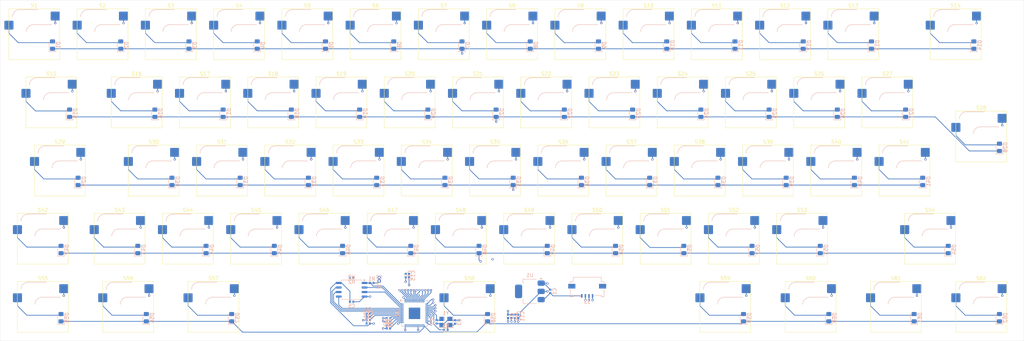
<source format=kicad_pcb>
(kicad_pcb (version 20240108) (generator "pcbnew") (generator_version "8.0")
  (layers (0 "F.Cu" signal) (1 "In1.Cu" signal) (2 "In2.Cu" signal) (31 "B.Cu" signal) (34 "B.Paste" user) (35 "F.Paste" user) (36 "B.SilkS" user "B.Silkscreen") (37 "F.SilkS" user "F.Silkscreen") (38 "B.Mask" user) (39 "F.Mask" user) (44 "Edge.Cuts" user))
  (net 0 "")
  (net 1 "VBUS")
  (net 2 "GND")
  (net 3 "/XIN")
  (net 4 "Net-(C3-Pad1)")
  (net 5 "+3V3")
  (net 6 "+1V1")
  (net 7 "row_0")
  (net 8 "Net-(D1-A)")
  (net 9 "Net-(D2-A)")
  (net 10 "Net-(D3-A)")
  (net 11 "Net-(D4-A)")
  (net 12 "Net-(D5-A)")
  (net 13 "Net-(D6-A)")
  (net 14 "Net-(D7-A)")
  (net 15 "Net-(D8-A)")
  (net 16 "Net-(D9-A)")
  (net 17 "Net-(D10-A)")
  (net 18 "Net-(D11-A)")
  (net 19 "Net-(D12-A)")
  (net 20 "Net-(D13-A)")
  (net 21 "Net-(D14-A)")
  (net 22 "row_1")
  (net 23 "Net-(D15-A)")
  (net 24 "Net-(D16-A)")
  (net 25 "Net-(D17-A)")
  (net 26 "Net-(D18-A)")
  (net 27 "Net-(D19-A)")
  (net 28 "Net-(D20-A)")
  (net 29 "Net-(D21-A)")
  (net 30 "Net-(D22-A)")
  (net 31 "Net-(D23-A)")
  (net 32 "Net-(D24-A)")
  (net 33 "Net-(D25-A)")
  (net 34 "Net-(D26-A)")
  (net 35 "Net-(D27-A)")
  (net 36 "Net-(D28-A)")
  (net 37 "row_2")
  (net 38 "Net-(D29-A)")
  (net 39 "Net-(D30-A)")
  (net 40 "Net-(D31-A)")
  (net 41 "Net-(D32-A)")
  (net 42 "Net-(D33-A)")
  (net 43 "Net-(D34-A)")
  (net 44 "Net-(D35-A)")
  (net 45 "Net-(D36-A)")
  (net 46 "Net-(D37-A)")
  (net 47 "Net-(D38-A)")
  (net 48 "Net-(D39-A)")
  (net 49 "Net-(D40-A)")
  (net 50 "Net-(D41-A)")
  (net 51 "row_3")
  (net 52 "Net-(D42-A)")
  (net 53 "Net-(D43-A)")
  (net 54 "Net-(D44-A)")
  (net 55 "Net-(D45-A)")
  (net 56 "Net-(D46-A)")
  (net 57 "Net-(D47-A)")
  (net 58 "Net-(D48-A)")
  (net 59 "Net-(D49-A)")
  (net 60 "Net-(D50-A)")
  (net 61 "Net-(D51-A)")
  (net 62 "Net-(D52-A)")
  (net 63 "Net-(D53-A)")
  (net 64 "Net-(D54-A)")
  (net 65 "row_4")
  (net 66 "Net-(D55-A)")
  (net 67 "Net-(D56-A)")
  (net 68 "Net-(D57-A)")
  (net 69 "Net-(D58-A)")
  (net 70 "Net-(D59-A)")
  (net 71 "Net-(D60-A)")
  (net 72 "Net-(D61-A)")
  (net 73 "Net-(D62-A)")
  (net 74 "/~{USB_BOOT}")
  (net 75 "/USB_D+")
  (net 76 "/USB_D-")
  (net 77 "/QSPI_SS")
  (net 78 "Net-(U3-USB_DP)")
  (net 79 "Net-(U3-USB_DM)")
  (net 80 "/XOUT")
  (net 81 "col_0")
  (net 82 "col_1")
  (net 83 "col_2")
  (net 84 "col_3")
  (net 85 "col_4")
  (net 86 "col_5")
  (net 87 "col_6")
  (net 88 "col_7")
  (net 89 "col_8")
  (net 90 "col_9")
  (net 91 "col_10")
  (net 92 "col_11")
  (net 93 "col_12")
  (net 94 "col_13")
  (net 95 "/QSPI_SD1")
  (net 96 "/QSPI_SD3")
  (net 97 "/QSPI_SD0")
  (net 98 "/QSPI_SD2")
  (net 99 "/QSPI_SCLK")
  (net 101 "/SWCLK")
  (net 106 "/RUN")
  (net 113 "/SWD")
  (footprint "PCM_Switch_Keyboard_Hotswap_Kailh:SW_Hotswap_Kailh_MX_1.00u" (layer "F.Cu") (at 185.7375 76.2)
    (property "Reference" "S36")
    (property "Value" "MX1A")
  )
  (footprint "PCM_Switch_Keyboard_Hotswap_Kailh:SW_Hotswap_Kailh_MX_1.00u" (layer "F.Cu") (at 123.825 57.15)
    (property "Reference" "S19")
    (property "Value" "MX1A")
  )
  (footprint "PCM_Switch_Keyboard_Hotswap_Kailh:SW_Hotswap_Kailh_MX_1.00u" (layer "F.Cu") (at 166.6875 76.2)
    (property "Reference" "S35")
    (property "Value" "MX1A")
  )
  (footprint "PCM_Switch_Keyboard_Hotswap_Kailh:SW_Hotswap_Kailh_MX_ISOEnter" (layer "F.Cu") (at 302.41875 66.675)
    (property "Reference" "S28")
    (property "Value" "MX1A")
  )
  (footprint "PCM_Switch_Keyboard_Hotswap_Kailh:SW_Hotswap_Kailh_MX_1.00u" (layer "F.Cu") (at 266.7 38.1)
    (property "Reference" "S13")
    (property "Value" "MX1A")
  )
  (footprint "PCM_Switch_Keyboard_Hotswap_Kailh:SW_Hotswap_Kailh_MX_1.00u" (layer "F.Cu") (at 57.15 38.1)
    (property "Reference" "S2")
    (property "Value" "MX1A")
  )
  (footprint "PCM_Switch_Keyboard_Hotswap_Kailh:SW_Hotswap_Kailh_MX_1.00u" (layer "F.Cu") (at 176.2125 95.25)
    (property "Reference" "S49")
    (property "Value" "MX1A")
  )
  (footprint "PCM_Switch_Keyboard_Hotswap_Kailh:SW_Hotswap_Kailh_MX_2.75u" (layer "F.Cu") (at 288.13125 95.25)
    (property "Reference" "S54")
    (property "Value" "MX1A")
  )
  (footprint "PCM_Switch_Keyboard_Hotswap_Kailh:SW_Hotswap_Kailh_MX_1.75u" (layer "F.Cu") (at 45.24375 76.2)
    (property "Reference" "S29")
    (property "Value" "MX1A")
  )
  (footprint "PCM_Switch_Keyboard_Hotswap_Kailh:SW_Hotswap_Kailh_MX_1.00u" (layer "F.Cu") (at 238.125 57.15)
    (property "Reference" "S25")
    (property "Value" "MX1A")
  )
  (footprint "PCM_Switch_Keyboard_Hotswap_Kailh:SW_Hotswap_Kailh_MX_1.25u" (layer "F.Cu") (at 40.48125 114.3)
    (property "Reference" "S55")
    (property "Value" "MX1A")
  )
  (footprint "PCM_Switch_Keyboard_Hotswap_Kailh:SW_Hotswap_Kailh_MX_1.00u" (layer "F.Cu") (at 257.175 57.15)
    (property "Reference" "S26")
    (property "Value" "MX1A")
  )
  (footprint "PCM_Switch_Keyboard_Hotswap_Kailh:SW_Hotswap_Kailh_MX_1.25u" (layer "F.Cu") (at 302.41875 114.3)
    (property "Reference" "S62")
    (property "Value" "MX1A")
  )
  (footprint "PCM_Switch_Keyboard_Hotswap_Kailh:SW_Hotswap_Kailh_MX_1.00u" (layer "F.Cu") (at 90.4875 76.2)
    (property "Reference" "S31")
    (property "Value" "MX1A")
  )
  (footprint "PCM_Switch_Keyboard_Hotswap_Kailh:SW_Hotswap_Kailh_MX_1.00u" (layer "F.Cu") (at 80.9625 95.25)
    (property "Reference" "S44")
    (property "Value" "MX1A")
  )
  (footprint "PCM_Switch_Keyboard_Hotswap_Kailh:SW_Hotswap_Kailh_MX_1.25u" (layer "F.Cu") (at 230.98125 114.3)
    (property "Reference" "S59")
    (property "Value" "MX1A")
  )
  (footprint "PCM_Switch_Keyboard_Hotswap_Kailh:SW_Hotswap_Kailh_MX_1.00u" (layer "F.Cu") (at 100.0125 95.25)
    (property "Reference" "S45")
    (property "Value" "MX1A")
  )
  (footprint "PCM_Switch_Keyboard_Hotswap_Kailh:SW_Hotswap_Kailh_MX_1.00u" (layer "F.Cu") (at 147.6375 76.2)
    (property "Reference" "S34")
    (property "Value" "MX1A")
  )
  (footprint "PCM_Switch_Keyboard_Hotswap_Kailh:SW_Hotswap_Kailh_MX_1.00u" (layer "F.Cu") (at 204.7875 76.2)
    (property "Reference" "S37")
    (property "Value" "MX1A")
  )
  (footprint "PCM_Switch_Keyboard_Hotswap_Kailh:SW_Hotswap_Kailh_MX_1.00u" (layer "F.Cu") (at 119.0625 95.25)
    (property "Reference" "S46")
    (property "Value" "MX1A")
  )
  (footprint "PCM_Switch_Keyboard_Hotswap_Kailh:SW_Hotswap_Kailh_MX_1.00u" (layer "F.Cu") (at 142.875 57.15)
    (property "Reference" "S20")
    (property "Value" "MX1A")
  )
  (footprint "PCM_Switch_Keyboard_Hotswap_Kailh:SW_Hotswap_Kailh_MX_1.00u" (layer "F.Cu") (at 190.5 38.1)
    (property "Reference" "S9")
    (property "Value" "MX1A")
  )
  (footprint "PCM_Switch_Keyboard_Hotswap_Kailh:SW_Hotswap_Kailh_MX_1.00u" (layer "F.Cu") (at 128.5875 76.2)
    (property "Reference" "S33")
    (property "Value" "MX1A")
  )
  (footprint "PCM_Switch_Keyboard_Hotswap_Kailh:SW_Hotswap_Kailh_MX_1.00u" (layer "F.Cu") (at 242.8875 76.2)
    (property "Reference" "S39")
    (property "Value" "MX1A")
  )
  (footprint "PCM_Switch_Keyboard_Hotswap_Kailh:SW_Hotswap_Kailh_MX_1.00u" (layer "F.Cu") (at 223.8375 76.2)
    (property "Reference" "S38")
    (property "Value" "MX1A")
  )
  (footprint "PCM_Switch_Keyboard_Hotswap_Kailh:SW_Hotswap_Kailh_MX_1.00u" (layer "F.Cu") (at 114.3 38.1)
    (property "Reference" "S5")
    (property "Value" "MX1A")
  )
  (footprint "PCM_Switch_Keyboard_Hotswap_Kailh:SW_Hotswap_Kailh_MX_1.00u" (layer "F.Cu") (at 171.45 38.1)
    (property "Reference" "S8")
    (property "Value" "MX1A")
  )
  (footprint "PCM_Switch_Keyboard_Hotswap_Kailh:SW_Hotswap_Kailh_MX_1.00u" (layer "F.Cu") (at 261.9375 76.2)
    (property "Reference" "S40")
    (property "Value" "MX1A")
  )
  (footprint "PCM_Switch_Keyboard_Hotswap_Kailh:SW_Hotswap_Kailh_MX_1.00u" (layer "F.Cu") (at 71.4375 76.2)
    (property "Reference" "S30")
    (property "Value" "MX1A")
  )
  (footprint "PCM_Switch_Keyboard_Hotswap_Kailh:SW_Hotswap_Kailh_MX_1.00u" (layer "F.Cu") (at 161.925 57.15)
    (property "Reference" "S21")
    (property "Value" "MX1A")
  )
  (footprint "PCM_Switch_Keyboard_Hotswap_Kailh:SW_Hotswap_Kailh_MX_1.00u" (layer "F.Cu") (at 247.65 38.1)
    (property "Reference" "S12")
    (property "Value" "MX1A")
  )
  (footprint "PCM_Switch_Keyboard_Hotswap_Kailh:SW_Hotswap_Kailh_MX_1.50u" (layer "F.Cu") (at 42.8625 57.15)
    (property "Reference" "S15")
    (property "Value" "MX1A")
  )
  (footprint "PCM_Switch_Keyboard_Hotswap_Kailh:SW_Hotswap_Kailh_MX_1.00u" (layer "F.Cu") (at 228.6 38.1)
    (property "Reference" "S11")
    (property "Value" "MX1A")
  )
  (footprint "PCM_Switch_Keyboard_Hotswap_Kailh:SW_Hotswap_Kailh_MX_1.00u" (layer "F.Cu") (at 104.775 57.15)
    (property "Reference" "S18")
    (property "Value" "MX1A")
  )
  (footprint "PCM_Switch_Keyboard_Hotswap_Kailh:SW_Hotswap_Kailh_MX_1.25u" (layer "F.Cu") (at 254.79375 114.3)
    (property "Reference" "S60")
    (property "Value" "MX1A")
  )
  (footprint "PCM_Switch_Keyboard_Hotswap_Kailh:SW_Hotswap_Kailh_MX_1.25u" (layer "F.Cu") (at 64.29375 114.3)
    (property "Reference" "S56")
    (property "Value" "MX1A")
  )
  (footprint "PCM_Switch_Keyboard_Hotswap_Kailh:SW_Hotswap_Kailh_MX_1.00u" (layer "F.Cu") (at 195.2625 95.25)
    (property "Reference" "S50")
    (property "Value" "MX1A")
  )
  (footprint "PCM_Switch_Keyboard_Hotswap_Kailh:SW_Hotswap_Kailh_MX_1.00u" (layer "F.Cu") (at 61.9125 95.25)
    (property "Reference" "S43")
    (property "Value" "MX1A")
  )
  (footprint "PCM_Switch_Keyboard_Hotswap_Kailh:SW_Hotswap_Kailh_MX_1.00u" (layer "F.Cu") (at 214.3125 95.25)
    (property "Reference" "S51")
    (property "Value" "MX1A")
  )
  (footprint "PCM_Switch_Keyboard_Hotswap_Kailh:SW_Hotswap_Kailh_MX_1.00u" (layer "F.Cu") (at 233.3625 95.25)
    (property "Reference" "S52")
    (property "Value" "MX1A")
  )
  (footprint "PCM_Switch_Keyboard_Hotswap_Kailh:SW_Hotswap_Kailh_MX_1.00u" (layer "F.Cu") (at 157.1625 95.25)
    (property "Reference" "S48")
    (property "Value" "MX1A")
  )
  (footprint "PCM_Switch_Keyboard_Hotswap_Kailh:SW_Hotswap_Kailh_MX_1.25u" (layer "F.Cu") (at 40.48125 95.25)
    (property "Reference" "S42")
    (property "Value" "MX1A")
  )
  (footprint "PCM_Switch_Keyboard_Hotswap_Kailh:SW_Hotswap_Kailh_MX_1.00u" (layer "F.Cu") (at 180.975 57.15)
    (property "Reference" "S22")
    (property "Value" "MX1A")
  )
  (footprint "PCM_Switch_Keyboard_Hotswap_Kailh:SW_Hotswap_Kailh_MX_1.25u" (layer "F.Cu") (at 278.60625 114.3)
    (property "Reference" "S61")
    (property "Value" "MX1A")
  )
  (footprint "PCM_Switch_Keyboard_Hotswap_Kailh:SW_Hotswap_Kailh_MX_2.00u" (layer "F.Cu") (at 295.275 38.1)
    (property "Reference" "S14")
    (property "Value" "MX1A")
  )
  (footprint "PCM_Switch_Keyboard_Hotswap_Kailh:SW_Hotswap_Kailh_MX_1.00u" (layer "F.Cu") (at 95.25 38.1)
    (property "Reference" "S4")
    (property "Value" "MX1A")
  )
  (footprint "PCM_Switch_Keyboard_Hotswap_Kailh:SW_Hotswap_Kailh_MX_1.00u" (layer "F.Cu") (at 209.55 38.1)
    (property "Reference" "S10")
    (property "Value" "MX1A")
  )
  (footprint "PCM_Switch_Keyboard_Hotswap_Kailh:SW_Hotswap_Kailh_MX_1.00u" (layer "F.Cu") (at 280.9875 76.2)
    (property "Reference" "S41")
    (property "Value" "MX1A")
  )
  (footprint "PCM_Switch_Keyboard_Hotswap_Kailh:SW_Hotswap_Kailh_MX_1.00u" (layer "F.Cu") (at 138.1125 95.25)
    (property "Reference" "S47")
    (property "Value" "MX1A")
  )
  (footprint "PCM_Switch_Keyboard_Hotswap_Kailh:SW_Hotswap_Kailh_MX_1.00u" (layer "F.Cu") (at 76.2 38.1)
    (property "Reference" "S3")
    (property "Value" "MX1A")
  )
  (footprint "PCM_Switch_Keyboard_Hotswap_Kailh:SW_Hotswap_Kailh_MX_1.00u" (layer "F.Cu") (at 66.675 57.15)
    (property "Reference" "S16")
    (property "Value" "MX1A")
  )
  (footprint "PCM_Switch_Keyboard_Hotswap_Kailh:SW_Hotswap_Kailh_MX_1.00u" (layer "F.Cu") (at 152.4 38.1)
    (property "Reference" "S7")
    (property "Value" "MX1A")
  )
  (footprint "PCM_Switch_Keyboard_Hotswap_Kailh:SW_Hotswap_Kailh_MX_1.00u" (layer "F.Cu") (at 200.025 57.15)
    (property "Reference" "S23")
    (property "Value" "MX1A")
  )
  (footprint "PCM_Switch_Keyboard_Hotswap_Kailh:SW_Hotswap_Kailh_MX_1.00u" (layer "F.Cu") (at 252.4125 95.25)
    (property "Reference" "S53")
    (property "Value" "MX1A")
  )
  (footprint "PCM_Switch_Keyboard_Hotswap_Kailh:SW_Hotswap_Kailh_MX_1.00u" (layer "F.Cu") (at 276.225 57.15)
    (property "Reference" "S27")
    (property "Value" "MX1A")
  )
  (footprint "PCM_Switch_Keyboard_Hotswap_Kailh:SW_Hotswap_Kailh_MX_1.00u" (layer "F.Cu") (at 133.35 38.1)
    (property "Reference" "S6")
    (property "Value" "MX1A")
  )
  (footprint "PCM_Switch_Keyboard_Hotswap_Kailh:SW_Hotswap_Kailh_MX_1.00u" (layer "F.Cu") (at 219.075 57.15)
    (property "Reference" "S24")
    (property "Value" "MX1A")
  )
  (footprint "PCM_Switch_Keyboard_Hotswap_Kailh:SW_Hotswap_Kailh_MX_6.25u" (layer "F.Cu") (at 159.54375 114.3)
    (property "Reference" "S58")
    (property "Value" "MX1A")
  )
  (footprint "PCM_Switch_Keyboard_Hotswap_Kailh:SW_Hotswap_Kailh_MX_1.25u" (layer "F.Cu") (at 88.10625 114.3)
    (property "Reference" "S57")
    (property "Value" "MX1A")
  )
  (footprint "PCM_Switch_Keyboard_Hotswap_Kailh:SW_Hotswap_Kailh_MX_1.00u" (layer "F.Cu") (at 38.1 38.1)
    (property "Reference" "S1")
    (property "Value" "MX1A")
  )
  (footprint "PCM_Switch_Keyboard_Hotswap_Kailh:SW_Hotswap_Kailh_MX_1.00u" (layer "F.Cu") (at 109.5375 76.2)
    (property "Reference" "S32")
    (property "Value" "MX1A")
  )
  (footprint "PCM_Switch_Keyboard_Hotswap_Kailh:SW_Hotswap_Kailh_MX_1.00u" (layer "F.Cu") (at 85.725 57.15)
    (property "Reference" "S17")
    (property "Value" "MX1A")
  )
  (footprint "Diode_SMD:D_0805_2012Metric_Pad1.15x1.40mm_HandSolder" (layer "B.Cu") (at 45.56125 98.28 90)
    (property "Reference" "D42")
    (property "Value" "DIODE")
  )
  (footprint "Capacitor_SMD:C_0402_1005Metric" (layer "B.Cu") (at 170.325 116.945 90)
    (property "Reference" "C7")
    (property "Value" "100n")
  )
  (footprint "Diode_SMD:D_0805_2012Metric_Pad1.15x1.40mm_HandSolder" (layer "B.Cu") (at 228.9175 79.23 90)
    (property "Reference" "D38")
    (property "Value" "DIODE")
  )
  (footprint "Diode_SMD:D_0805_2012Metric_Pad1.15x1.40mm_HandSolder" (layer "B.Cu") (at 109.855 60.18 90)
    (property "Reference" "D18")
    (property "Value" "DIODE")
  )
  (footprint "Resistor_SMD:R_0402_1005Metric" (layer "B.Cu") (at 136.965 117.475)
    (property "Reference" "R3")
    (property "Value" "27.4")
  )
  (footprint "Diode_SMD:D_0805_2012Metric_Pad1.15x1.40mm_HandSolder" (layer "B.Cu") (at 45.56125 117.33 90)
    (property "Reference" "D55")
    (property "Value" "DIODE")
  )
  (footprint "Diode_SMD:D_0805_2012Metric_Pad1.15x1.40mm_HandSolder" (layer "B.Cu") (at 205.105 60.18 90)
    (property "Reference" "D23")
    (property "Value" "DIODE")
  )
  (footprint "Diode_SMD:D_0805_2012Metric_Pad1.15x1.40mm_HandSolder" (layer "B.Cu") (at 257.4925 98.28 90)
    (property "Reference" "D53")
    (property "Value" "DIODE")
  )
  (footprint "Capacitor_SMD:C_0402_1005Metric" (layer "B.Cu") (at 155.575 118.525 90)
    (property "Reference" "C3")
    (property "Value" "15p")
  )
  (footprint "Package_DFN_QFN:QFN-56-1EP_7x7mm_P0.4mm_EP3.2x3.2mm" (layer "B.Cu") (at 144.225 116.1125 -90)
    (property "Reference" "U3")
    (property "Value" "RP2040")
  )
  (footprint "Diode_SMD:D_0805_2012Metric_Pad1.15x1.40mm_HandSolder" (layer "B.Cu") (at 200.3425 98.28 90)
    (property "Reference" "D50")
    (property "Value" "DIODE")
  )
  (footprint "Connector_PinHeader_1.00mm:PinHeader_1x02_P1.00mm_Vertical" (layer "B.Cu") (at 134.375 107.075)
    (property "Reference" "J2")
    (property "Value" "Conn_01x02")
  )
  (footprint "Diode_SMD:D_0805_2012Metric_Pad1.15x1.40mm_HandSolder" (layer "B.Cu") (at 93.18625 117.33 90)
    (property "Reference" "D57")
    (property "Value" "DIODE")
  )
  (footprint "Capacitor_SMD:C_0402_1005Metric" (layer "B.Cu") (at 131.345 117.105 180)
    (property "Reference" "C13")
    (property "Value" "100n")
  )
  (footprint "Diode_SMD:D_0805_2012Metric_Pad1.15x1.40mm_HandSolder" (layer "B.Cu") (at 47.9425 60.18 90)
    (property "Reference" "D15")
    (property "Value" "DIODE")
  )
  (footprint "Capacitor_SMD:C_0402_1005Metric" (layer "B.Cu") (at 136.945 120.325 180)
    (property "Reference" "C10")
    (property "Value" "1u")
  )
  (footprint "Diode_SMD:D_0805_2012Metric_Pad1.15x1.40mm_HandSolder" (layer "B.Cu") (at 176.53 41.13 90)
    (property "Reference" "D8")
    (property "Value" "DIODE")
  )
  (footprint "Package_TO_SOT_SMD:SOT-223" (layer "B.Cu") (at 176.425 109.975 180)
    (property "Reference" "U1")
    (property "Value" "NCP1117-3.3_SOT223")
  )
  (footprint "Capacitor_SMD:C_0402_1005Metric" (layer "B.Cu") (at 173.175 116.945 90)
    (property "Reference" "C11")
    (property "Value" "100n")
  )
  (footprint "Diode_SMD:D_0805_2012Metric_Pad1.15x1.40mm_HandSolder" (layer "B.Cu") (at 128.905 60.18 90)
    (property "Reference" "D19")
    (property "Value" "DIODE")
  )
  (footprint "Diode_SMD:D_0805_2012Metric_Pad1.15x1.40mm_HandSolder" (layer "B.Cu") (at 167.005 60.18 90)
    (property "Reference" "D21")
    (property "Value" "DIODE")
  )
  (footprint "Diode_SMD:D_0805_2012Metric_Pad1.15x1.40mm_HandSolder" (layer "B.Cu") (at 267.0175 79.23 90)
    (property "Reference" "D40")
    (property "Value" "DIODE")
  )
  (footprint "Diode_SMD:D_0805_2012Metric_Pad1.15x1.40mm_HandSolder" (layer "B.Cu") (at 190.8175 79.23 90)
    (property "Reference" "D36")
    (property "Value" "DIODE")
  )
  (footprint "Capacitor_SMD:C_0402_1005Metric" (layer "B.Cu") (at 150.375 118.505 -90)
    (property "Reference" "C2")
    (property "Value" "15p")
  )
  (footprint "Diode_SMD:D_0805_2012Metric_Pad1.15x1.40mm_HandSolder" (layer "B.Cu") (at 238.4425 98.28 90)
    (property "Reference" "D52")
    (property "Value" "DIODE")
  )
  (footprint "Diode_SMD:D_0805_2012Metric_Pad1.15x1.40mm_HandSolder" (layer "B.Cu") (at 71.755 60.18 90)
    (property "Reference" "D16")
    (property "Value" "DIODE")
  )
  (footprint "Diode_SMD:D_0805_2012Metric_Pad1.15x1.40mm_HandSolder" (layer "B.Cu") (at 307.49875 69.705 90)
    (property "Reference" "D28")
    (property "Value" "DIODE")
  )
  (footprint "Diode_SMD:D_0805_2012Metric_Pad1.15x1.40mm_HandSolder" (layer "B.Cu") (at 164.62375 117.33 90)
    (property "Reference" "D58")
    (property "Value" "DIODE")
  )
  (footprint "Diode_SMD:D_0805_2012Metric_Pad1.15x1.40mm_HandSolder" (layer "B.Cu") (at 236.06125 117.33 90)
    (property "Reference" "D59")
    (property "Value" "DIODE")
  )
  (footprint "Diode_SMD:D_0805_2012Metric_Pad1.15x1.40mm_HandSolder" (layer "B.Cu") (at 162.2425 98.28 90)
    (property "Reference" "D48")
    (property "Value" "DIODE")
  )
  (footprint "Capacitor_SMD:C_0402_1005Metric" (layer "B.Cu") (at 131.345 118.025 180)
    (property "Reference" "C14")
    (property "Value" "100n")
  )
  (footprint "Resistor_SMD:R_0402_1005Metric" (layer "B.Cu") (at 152.965 120.725 180)
    (property "Reference" "R5")
    (property "Value" "1k")
  )
  (footprint "Diode_SMD:D_0805_2012Metric_Pad1.15x1.40mm_HandSolder" (layer "B.Cu") (at 181.2925 98.28 90)
    (property "Reference" "D49")
    (property "Value" "DIODE")
  )
  (footprint "Diode_SMD:D_0805_2012Metric_Pad1.15x1.40mm_HandSolder" (layer "B.Cu") (at 171.7675 79.23 90)
    (property "Reference" "D35")
    (property "Value" "DIODE")
  )
  (footprint "Capacitor_SMD:C_0402_1005Metric" (layer "B.Cu") (at 142.695 105.555 90)
    (property "Reference" "C15")
    (property "Value" "100n")
  )
  (footprint "Diode_SMD:D_0805_2012Metric_Pad1.15x1.40mm_HandSolder" (layer "B.Cu") (at 66.9925 98.28 90)
    (property "Reference" "D43")
    (property "Value" "DIODE")
  )
  (footprint "Diode_SMD:D_0805_2012Metric_Pad1.15x1.40mm_HandSolder" (layer "B.Cu") (at 105.0925 98.28 90)
    (property "Reference" "D45")
    (property "Value" "DIODE")
  )
  (footprint "Diode_SMD:D_0805_2012Metric_Pad1.15x1.40mm_HandSolder" (layer "B.Cu") (at 214.63 41.13 90)
    (property "Reference" "D10")
    (property "Value" "DIODE")
  )
  (footprint "Diode_SMD:D_0805_2012Metric_Pad1.15x1.40mm_HandSolder" (layer "B.Cu") (at 209.8675 79.23 90)
    (property "Reference" "D37")
    (property "Value" "DIODE")
  )
  (footprint "Diode_SMD:D_0805_2012Metric_Pad1.15x1.40mm_HandSolder" (layer "B.Cu") (at 69.37375 117.33 90)
    (property "Reference" "D56")
    (property "Value" "DIODE")
  )
  (footprint "Diode_SMD:D_0805_2012Metric_Pad1.15x1.40mm_HandSolder" (layer "B.Cu") (at 86.0425 98.28 90)
    (property "Reference" "D44")
    (property "Value" "DIODE")
  )
  (footprint "Diode_SMD:D_0805_2012Metric_Pad1.15x1.40mm_HandSolder" (layer "B.Cu") (at 138.43 41.13 90)
    (property "Reference" "D6")
    (property "Value" "DIODE")
  )
  (footprint "Diode_SMD:D_0805_2012Metric_Pad1.15x1.40mm_HandSolder" (layer "B.Cu") (at 76.5175 79.23 90)
    (property "Reference" "D30")
    (property "Value" "DIODE")
  )
  (footprint "Capacitor_SMD:C_0402_1005Metric" (layer "B.Cu") (at 171.275 116.945 90)
    (property "Reference" "C4")
    (property "Value" "10u")
  )
  (footprint "Capacitor_SMD:C_0402_1005Metric" (layer "B.Cu") (at 131.335 116.175 180)
    (property "Reference" "C6")
    (property "Value" "100n")
  )
  (footprint "Diode_SMD:D_0805_2012Metric_Pad1.15x1.40mm_HandSolder" (layer "B.Cu") (at 252.73 41.13 90)
    (property "Reference" "D12")
    (property "Value" "DIODE")
  )
  (footprint "Diode_SMD:D_0805_2012Metric_Pad1.15x1.40mm_HandSolder" (layer "B.Cu") (at 114.6175 79.23 90)
    (property "Reference" "D32")
    (property "Value" "DIODE")
  )
  (footprint "Capacitor_SMD:C_0402_1005Metric" (layer "B.Cu") (at 141.775 105.555 90)
    (property "Reference" "C16")
    (property "Value" "100n")
  )
  (footprint "Diode_SMD:D_0805_2012Metric_Pad1.15x1.40mm_HandSolder" (layer "B.Cu") (at 243.205 60.18 90)
    (property "Reference" "D25")
    (property "Value" "DIODE")
  )
  (footprint "Diode_SMD:D_0805_2012Metric_Pad1.15x1.40mm_HandSolder" (layer "B.Cu") (at 147.955 60.18 90)
    (property "Reference" "D20")
    (property "Value" "DIODE")
  )
  (footprint "Package_SO:SOIC-8_5.23x5.23mm_P1.27mm" (layer "B.Cu") (at 126.675 109.525 180)
    (property "Reference" "U2")
    (property "Value" "W25Q128JVS")
  )
  (footprint "Diode_SMD:D_0805_2012Metric_Pad1.15x1.40mm_HandSolder" (layer "B.Cu") (at 247.9675 79.23 90)
    (property "Reference" "D39")
    (property "Value" "DIODE")
  )
  (footprint "Diode_SMD:D_0805_2012Metric_Pad1.15x1.40mm_HandSolder" (layer "B.Cu") (at 81.28 41.13 90)
    (property "Reference" "D3")
    (property "Value" "DIODE")
  )
  (footprint "Diode_SMD:D_0805_2012Metric_Pad1.15x1.40mm_HandSolder" (layer "B.Cu") (at 186.055 60.18 90)
    (property "Reference" "D22")
    (property "Value" "DIODE")
  )
  (footprint "Diode_SMD:D_0805_2012Metric_Pad1.15x1.40mm_HandSolder" (layer "B.Cu") (at 259.87375 117.33 90)
    (property "Reference" "D60")
    (property "Value" "DIODE")
  )
  (footprint "Capacitor_SMD:C_0402_1005Metric" (layer "B.Cu") (at 136.945 119.375 180)
    (property "Reference" "C8")
    (property "Value" "1u")
  )
  (footprint "Diode_SMD:D_0805_2012Metric_Pad1.15x1.40mm_HandSolder" (layer "B.Cu") (at 283.68625 117.33 90)
    (property "Reference" "D61")
    (property "Value" "DIODE")
  )
  (footprint "Diode_SMD:D_0805_2012Metric_Pad1.15x1.40mm_HandSolder" (layer "B.Cu") (at 43.18 41.13 90)
    (property "Reference" "D1")
    (property "Value" "DIODE")
  )
  (footprint "Diode_SMD:D_0805_2012Metric_Pad1.15x1.40mm_HandSolder" (layer "B.Cu") (at 307.49875 117.33 90)
    (property "Reference" "D62")
    (property "Value" "DIODE")
  )
  (footprint "Diode_SMD:D_0805_2012Metric_Pad1.15x1.40mm_HandSolder" (layer "B.Cu") (at 262.255 60.18 90)
    (property "Reference" "D26")
    (property "Value" "DIODE")
  )
  (footprint "Diode_SMD:D_0805_2012Metric_Pad1.15x1.40mm_HandSolder" (layer "B.Cu") (at 90.805 60.18 90)
    (property "Reference" "D17")
    (property "Value" "DIODE")
  )
  (footprint "Diode_SMD:D_0805_2012Metric_Pad1.15x1.40mm_HandSolder" (layer "B.Cu") (at 100.33 41.13 90)
    (property "Reference" "D4")
    (property "Value" "DIODE")
  )
  (footprint "Capacitor_SMD:C_0402_1005Metric" (layer "B.Cu") (at 172.225 116.925 90)
    (property "Reference" "C12")
    (property "Value" "100n")
  )
  (footprint "Resistor_SMD:R_0402_1005Metric" (layer "B.Cu") (at 132.275 107.625 180)
    (property "Reference" "R1")
    (property "Value" "1k")
  )
  (footprint "Capacitor_SMD:C_0402_1005Metric" (layer "B.Cu") (at 126.675 112.875)
    (property "Reference" "C5")
    (property "Value" "100n")
  )
  (footprint "Crystal:Crystal_SMD_3225-4Pin_3.2x2.5mm" (layer "B.Cu") (at 152.975 118.525 180)
    (property "Reference" "Y1")
    (property "Value" "Crystal_GND24")
  )
  (footprint "Diode_SMD:D_0805_2012Metric_Pad1.15x1.40mm_HandSolder" (layer "B.Cu") (at 219.3925 98.28 90)
    (property "Reference" "D51")
    (property "Value" "DIODE")
  )
  (footprint "Capacitor_SMD:C_0402_1005Metric" (layer "B.Cu") (at 182.125 109.975 90)
    (property "Reference" "C1")
    (property "Value" "10u")
  )
  (footprint "Diode_SMD:D_0805_2012Metric_Pad1.15x1.40mm_HandSolder" (layer "B.Cu") (at 143.1925 98.28 90)
    (property "Reference" "D47")
    (property "Value" "DIODE")
  )
  (footprint "Diode_SMD:D_0805_2012Metric_Pad1.15x1.40mm_HandSolder" (layer "B.Cu") (at 119.38 41.13 90)
    (property "Reference" "D5")
    (property "Value" "DIODE")
  )
  (footprint "Resistor_SMD:R_0402_1005Metric" (layer "B.Cu") (at 126.685 106.175)
    (property "Reference" "R2")
    (property "Value" "DNF")
  )
  (footprint "Diode_SMD:D_0805_2012Metric_Pad1.15x1.40mm_HandSolder" (layer "B.Cu") (at 124.1425 98.28 90)
    (property "Reference" "D46")
    (property "Value" "DIODE")
  )
  (footprint "Diode_SMD:D_0805_2012Metric_Pad1.15x1.40mm_HandSolder" (layer "B.Cu") (at 50.32375 79.23 90)
    (property "Reference" "D29")
    (property "Value" "DIODE")
  )
  (footprint "Connector_FFC-FPC:Molex_200528-0040_1x04-1MP_P1.00mm_Horizontal" (layer "B.Cu") (at 192.425 110.315)
    (property "Reference" "J3")
    (property "Value" "Conn_01x04")
  )
  (footprint "Diode_SMD:D_0805_2012Metric_Pad1.15x1.40mm_HandSolder" (layer "B.Cu") (at 62.23 41.13 90)
    (property "Reference" "D2")
    (property "Value" "DIODE")
  )
  (footprint "Diode_SMD:D_0805_2012Metric_Pad1.15x1.40mm_HandSolder" (layer "B.Cu") (at 152.7175 79.23 90)
    (property "Reference" "D34")
    (property "Value" "DIODE")
  )
  (footprint "Diode_SMD:D_0805_2012Metric_Pad1.15x1.40mm_HandSolder" (layer "B.Cu") (at 300.355 41.13 90)
    (property "Reference" "D14")
    (property "Value" "DIODE")
  )
  (footprint "Diode_SMD:D_0805_2012Metric_Pad1.15x1.40mm_HandSolder" (layer "B.Cu") (at 286.0675 79.23 90)
    (property "Reference" "D41")
    (property "Value" "DIODE")
  )
  (footprint "Diode_SMD:D_0805_2012Metric_Pad1.15x1.40mm_HandSolder" (layer "B.Cu") (at 157.48 41.13 90)
    (property "Reference" "D7")
    (property "Value" "DIODE")
  )
  (footprint "Diode_SMD:D_0805_2012Metric_Pad1.15x1.40mm_HandSolder" (layer "B.Cu") (at 271.78 41.13 90)
    (property "Reference" "D13")
    (property "Value" "DIODE")
  )
  (footprint "Diode_SMD:D_0805_2012Metric_Pad1.15x1.40mm_HandSolder" (layer "B.Cu") (at 195.58 41.13 90)
    (property "Reference" "D9")
    (property "Value" "DIODE")
  )
  (footprint "Diode_SMD:D_0805_2012Metric_Pad1.15x1.40mm_HandSolder" (layer "B.Cu") (at 95.5675 79.23 90)
    (property "Reference" "D31")
    (property "Value" "DIODE")
  )
  (footprint "Diode_SMD:D_0805_2012Metric_Pad1.15x1.40mm_HandSolder" (layer "B.Cu") (at 133.6675 79.23 90)
    (property "Reference" "D33")
    (property "Value" "DIODE")
  )
  (footprint "Resistor_SMD:R_0402_1005Metric" (layer "B.Cu") (at 136.965 118.425)
    (property "Reference" "R4")
    (property "Value" "27.4")
  )
  (footprint "Diode_SMD:D_0805_2012Metric_Pad1.15x1.40mm_HandSolder" (layer "B.Cu") (at 233.68 41.13 90)
    (property "Reference" "D11")
    (property "Value" "DIODE")
  )
  (footprint "Capacitor_SMD:C_0402_1005Metric" (layer "B.Cu") (at 131.325 118.975 180)
    (property "Reference" "C9")
    (property "Value" "100n")
  )
  (footprint "Diode_SMD:D_0805_2012Metric_Pad1.15x1.40mm_HandSolder" (layer "B.Cu") (at 224.155 60.18 90)
    (property "Reference" "D24")
    (property "Value" "DIODE")
  )
  (footprint "Diode_SMD:D_0805_2012Metric_Pad1.15x1.40mm_HandSolder" (layer "B.Cu") (at 293.21125 98.28 90)
    (property "Reference" "D54")
    (property "Value" "DIODE")
  )
  (footprint "Diode_SMD:D_0805_2012Metric_Pad1.15x1.40mm_HandSolder" (layer "B.Cu") (at 281.305 60.18 90)
    (property "Reference" "D27")
    (property "Value" "DIODE")
  )
  (gr_rect (start 28.575 28.575) (end 314.325 123.825) (stroke (width 0.05)) (fill none) (layer "Edge.Cuts"))
  (segment (start 182.895 111.225) (end 182.125 110.455) (width 0.2) (layer "B.Cu") (net 1))
  (segment (start 180.305 112.275) (end 182.125 110.455) (width 0.2) (layer "B.Cu") (net 1))
  (segment (start 179.575 112.275) (end 180.305 112.275) (width 0.2) (layer "B.Cu") (net 1))
  (segment (start 190.925 111.225) (end 182.895 111.225) (width 0.2) (layer "B.Cu") (net 1))
  (via (at 135.475 120.325) (size 0.6) (drill 0.3) (layers "F.Cu" "B.Cu") (net 2))
  (via (at 150.032108 115.517892) (size 0.6) (drill 0.3) (layers "F.Cu" "B.Cu") (net 2))
  (via (at 131.825 111.425) (size 0.6) (drill 0.3) (layers "F.Cu" "B.Cu") (net 2))
  (via (at 156.625 118.025) (size 0.6) (drill 0.3) (layers "F.Cu" "B.Cu") (net 2))
  (via (at 129.875 118.025) (size 0.6) (drill 0.3) (layers "F.Cu" "B.Cu") (net 2))
  (via (at 193.925 112.425) (size 0.6) (drill 0.3) (layers "F.Cu" "B.Cu") (net 2))
  (via (at 170.325 115.475) (size 0.6) (drill 0.3) (layers "F.Cu" "B.Cu") (net 2))
  (via (at 181.325 107.775) (size 0.6) (drill 0.3) (layers "F.Cu" "B.Cu") (net 2))
  (segment (start 179.575 107.675) (end 181.225 107.675) (width 0.2) (layer "B.Cu") (net 2))
  (segment (start 154.445 118.045) (end 154.075 117.675) (width 0.2) (layer "B.Cu") (net 2))
  (segment (start 153.825 117.675) (end 152.125 119.375) (width 0.2) (layer "B.Cu") (net 2))
  (segment (start 130.855 116.175) (end 130.855 118.965) (width 0.2) (layer "B.Cu") (net 2))
  (segment (start 136.465 119.375) (end 136.465 120.325) (width 0.2) (layer "B.Cu") (net 2))
  (segment (start 179.575 107.675) (end 180.305 107.675) (width 0.2) (layer "B.Cu") (net 2))
  (segment (start 130.275 111.43) (end 131.82 111.43) (width 0.2) (layer "B.Cu") (net 2))
  (segment (start 170.325 116.465) (end 173.175 116.465) (width 0.2) (layer "B.Cu") (net 2))
  (segment (start 156.605 118.045) (end 156.625 118.025) (width 0.2) (layer "B.Cu") (net 2))
  (segment (start 130.865 118.025) (end 129.875 118.025) (width 0.2) (layer "B.Cu") (net 2))
  (segment (start 136.465 120.325) (end 135.475 120.325) (width 0.2) (layer "B.Cu") (net 2))
  (segment (start 180.305 107.675) (end 182.125 109.495) (width 0.2) (layer "B.Cu") (net 2))
  (segment (start 131.82 111.43) (end 131.825 111.425) (width 0.2) (layer "B.Cu") (net 2))
  (segment (start 149.626716 115.1125) (end 150.032108 115.517892) (width 0.2) (layer "B.Cu") (net 2))
  (segment (start 152.125 119.375) (end 151.875 119.375) (width 0.2) (layer "B.Cu") (net 2))
  (segment (start 193.925 111.225) (end 193.925 112.425) (width 0.2) (layer "B.Cu") (net 2))
  (segment (start 147.6625 115.1125) (end 149.626716 115.1125) (width 0.2) (layer "B.Cu") (net 2))
  (segment (start 181.225 107.675) (end 181.325 107.775) (width 0.2) (layer "B.Cu") (net 2))
  (segment (start 127.155 112.875) (end 128.83 112.875) (width 0.2) (layer "B.Cu") (net 2))
  (segment (start 151.485 118.985) (end 151.875 119.375) (width 0.2) (layer "B.Cu") (net 2))
  (segment (start 154.075 117.675) (end 153.825 117.675) (width 0.2) (layer "B.Cu") (net 2))
  (segment (start 130.855 118.965) (end 130.845 118.975) (width 0.2) (layer "B.Cu") (net 2))
  (segment (start 150.375 118.985) (end 151.485 118.985) (width 0.2) (layer "B.Cu") (net 2))
  (segment (start 170.325 116.465) (end 170.325 115.475) (width 0.2) (layer "B.Cu") (net 2))
  (segment (start 155.575 118.045) (end 154.445 118.045) (width 0.2) (layer "B.Cu") (net 2))
  (segment (start 155.575 118.045) (end 156.605 118.045) (width 0.2) (layer "B.Cu") (net 2))
  (segment (start 128.83 112.875) (end 130.275 111.43) (width 0.2) (layer "B.Cu") (net 2))
  (segment (start 149.178186 115.5125) (end 147.6625 115.5125) (width 0.2) (layer "B.Cu") (net 3))
  (segment (start 150.375 118.025) (end 151.525 118.025) (width 0.2) (layer "B.Cu") (net 3))
  (segment (start 151.525 118.025) (end 151.875 117.675) (width 0.2) (layer "B.Cu") (net 3))
  (segment (start 150.375 118.025) (end 150.375 116.709314) (width 0.2) (layer "B.Cu") (net 3))
  (segment (start 150.375 116.709314) (end 149.178186 115.5125) (width 0.2) (layer "B.Cu") (net 3))
  (segment (start 154.075 119.375) (end 155.205 119.375) (width 0.2) (layer "B.Cu") (net 4))
  (segment (start 153.475 120.725) (end 153.475 119.975) (width 0.2) (layer "B.Cu") (net 4))
  (segment (start 153.475 119.975) (end 154.075 119.375) (width 0.2) (layer "B.Cu") (net 4))
  (segment (start 155.205 119.375) (end 155.575 119.005) (width 0.2) (layer "B.Cu") (net 4))
  (via (at 139.675 118.975) (size 0.6) (drill 0.3) (layers "F.Cu" "B.Cu") (net 5))
  (via (at 141.625 120.775006) (size 0.6) (drill 0.3) (layers "F.Cu" "B.Cu") (net 5))
  (via (at 142.725 108.225) (size 0.6) (drill 0.3) (layers "F.Cu" "B.Cu") (net 5))
  (via (at 141.1467 111.6533) (size 0.6) (drill 0.3) (layers "F.Cu" "B.Cu") (net 5))
  (via (at 145.225 120.775006) (size 0.6) (drill 0.3) (layers "F.Cu" "B.Cu") (net 5))
  (via (at 181.325 109.975) (size 0.6) (drill 0.3) (layers "F.Cu" "B.Cu") (net 5))
  (via (at 149.010209 116.796732) (size 0.6) (drill 0.3) (layers "F.Cu" "B.Cu") (net 5))
  (via (at 132.825 118.975) (size 0.6) (drill 0.3) (layers "F.Cu" "B.Cu") (net 5))
  (via (at 172.225 118.425) (size 0.6) (drill 0.3) (layers "F.Cu" "B.Cu") (net 5))
  (via (at 141.775 107.275) (size 0.6) (drill 0.3) (layers "F.Cu" "B.Cu") (net 5))
  (via (at 171.275 118.425) (size 0.6) (drill 0.3) (layers "F.Cu" "B.Cu") (net 5))
  (via (at 145.425 111.16124) (size 0.6) (drill 0.3) (layers "F.Cu" "B.Cu") (net 5))
  (via (at 173.175 118.425) (size 0.6) (drill 0.3) (layers "F.Cu" "B.Cu") (net 5))
  (segment (start 145.225 111.36124) (end 145.425 111.16124) (width 0.2) (layer "B.Cu") (net 5))
  (segment (start 123.075 107.62) (end 122.275001 107.62) (width 0.2) (layer "B.Cu") (net 5))
  (segment (start 149.010209 116.796732) (end 148.525977 116.3125) (width 0.2) (layer "B.Cu") (net 5))
  (segment (start 141.775 106.035) (end 141.775 107.275) (width 0.2) (layer "B.Cu") (net 5))
  (segment (start 127.235 119.585) (end 131.195 119.585) (width 0.2) (layer "B.Cu") (net 5))
  (segment (start 141.625 112.1316) (end 141.1467 111.6533) (width 0.2) (layer "B.Cu") (net 5))
  (segment (start 148.525977 116.3125) (end 147.6625 116.3125) (width 0.2) (layer "B.Cu") (net 5))
  (segment (start 145.225 119.55) (end 145.225 120.775006) (width 0.2) (layer "B.Cu") (net 5))
  (segment (start 173.785 116.815) (end 173.175 117.425) (width 0.2) (layer "B.Cu") (net 5))
  (segment (start 172.225 117.405) (end 172.225 118.425) (width 0.2) (layer "B.Cu") (net 5))
  (segment (start 122.275001 107.62) (end 120.825 109.070001) (width 0.2) (layer "B.Cu") (net 5))
  (segment (start 145.225 112.675) (end 145.225 111.36124) (width 0.2) (layer "B.Cu") (net 5))
  (segment (start 173.175 117.425) (end 173.175 118.425) (width 0.2) (layer "B.Cu") (net 5))
  (segment (start 123.075 107.62) (end 123.874999 107.62) (width 0.2) (layer "B.Cu") (net 5))
  (segment (start 131.195 119.585) (end 131.805 118.975) (width 0.2) (layer "B.Cu") (net 5))
  (segment (start 179.575 109.975) (end 181.325 109.975) (width 0.2) (layer "B.Cu") (net 5))
  (segment (start 141.625 119.55) (end 141.625 120.775006) (width 0.2) (layer "B.Cu") (net 5))
  (segment (start 179.575 109.975) (end 173.785 115.765) (width 0.2) (layer "B.Cu") (net 5))
  (segment (start 140.7875 118.7125) (end 139.9375 118.7125) (width 0.2) (layer "B.Cu") (net 5))
  (segment (start 120.825 109.070001) (end 120.825 113.175) (width 0.2) (layer "B.Cu") (net 5))
  (segment (start 141.625 112.675) (end 141.625 112.1316) (width 0.2) (layer "B.Cu") (net 5))
  (segment (start 120.825 113.175) (end 127.235 119.585) (width 0.2) (layer "B.Cu") (net 5))
  (segment (start 140.7875 116.3125) (end 132.6175 116.3125) (width 0.2) (layer "B.Cu") (net 5))
  (segment (start 140.7875 118.3125) (end 139.4375 118.3125) (width 0.2) (layer "B.Cu") (net 5))
  (segment (start 142.695 106.035) (end 142.695 108.195) (width 0.2) (layer "B.Cu") (net 5))
  (segment (start 140.7875 116.7125) (end 133.1375 116.7125) (width 0.2) (layer "B.Cu") (net 5))
  (segment (start 131.805 118.975) (end 132.825 118.975) (width 0.2) (layer "B.Cu") (net 5))
  (segment (start 139.4375 118.3125) (end 137.425 120.325) (width 0.2) (layer "B.Cu") (net 5))
  (segment (start 142.695 108.195) (end 142.725 108.225) (width 0.2) (layer "B.Cu") (net 5))
  (segment (start 139.9375 118.7125) (end 139.675 118.975) (width 0.2) (layer "B.Cu") (net 5))
  (segment (start 171.275 117.425) (end 171.275 118.425) (width 0.2) (layer "B.Cu") (net 5))
  (segment (start 133.1375 116.7125) (end 131.825 118.025) (width 0.2) (layer "B.Cu") (net 5))
  (segment (start 132.6175 116.3125) (end 131.825 117.105) (width 0.2) (layer "B.Cu") (net 5))
  (segment (start 173.785 115.765) (end 173.785 116.815) (width 0.2) (layer "B.Cu") (net 5))
  (segment (start 126.195 109.940001) (end 126.195 112.875) (width 0.2) (layer "B.Cu") (net 5))
  (segment (start 123.874999 107.62) (end 126.195 109.940001) (width 0.2) (layer "B.Cu") (net 5))
  (via (at 170.325 118.425) (size 0.6) (drill 0.3) (layers "F.Cu" "B.Cu") (net 6))
  (via (at 148.825 117.575) (size 0.6) (drill 0.3) (layers "F.Cu" "B.Cu") (net 6))
  (segment (start 148.19636 116.7125) (end 147.6625 116.7125) (width 0.2) (layer "B.Cu") (net 6))
  (segment (start 148.4 116.91614) (end 148.19636 116.7125) (width 0.2) (layer "B.Cu") (net 6))
  (segment (start 148.825 117.575) (end 148.4 117.15) (width 0.2) (layer "B.Cu") (net 6))
  (segment (start 137.475 119.375) (end 137.425 119.375) (width 0.2) (layer "B.Cu") (net 6))
  (segment (start 132.0775 115.9125) (end 131.815 116.175) (width 0.2) (layer "B.Cu") (net 6))
  (segment (start 138.9375 117.9125) (end 137.475 119.375) (width 0.2) (layer "B.Cu") (net 6))
  (segment (start 170.325 117.425) (end 170.325 118.425) (width 0.2) (layer "B.Cu") (net 6))
  (segment (start 140.7875 117.9125) (end 138.9375 117.9125) (width 0.2) (layer "B.Cu") (net 6))
  (segment (start 140.7875 115.9125) (end 132.0775 115.9125) (width 0.2) (layer "B.Cu") (net 6))
  (segment (start 148.4 117.15) (end 148.4 116.91614) (width 0.2) (layer "B.Cu") (net 6))
  (via (at 150.042748 113.859431) (size 0.6) (drill 0.3) (layers "F.Cu" "B.Cu") (net 7))
  (via (at 157.525 43.475) (size 0.6) (drill 0.3) (layers "F.Cu" "B.Cu") (net 7))
  (segment (start 149.830966 113.881678) (end 150.020501 113.881678) (width 0.2) (layer "B.Cu") (net 7))
  (segment (start 43.18 42.155) (end 300.355 42.155) (width 0.2) (layer "B.Cu") (net 7))
  (segment (start 150.020501 113.881678) (end 150.042748 113.859431) (width 0.2) (layer "B.Cu") (net 7))
  (segment (start 157.48 42.155) (end 157.48 43.43) (width 0.2) (layer "B.Cu") (net 7))
  (segment (start 147.6625 114.3125) (end 149.400144 114.3125) (width 0.2) (layer "B.Cu") (net 7))
  (segment (start 157.48 43.43) (end 157.525 43.475) (width 0.2) (layer "B.Cu") (net 7))
  (segment (start 149.400144 114.3125) (end 149.830966 113.881678) (width 0.2) (layer "B.Cu") (net 7))
  (segment (start 33.637588 40.45) (end 42.835 40.45) (width 0.2) (layer "B.Cu") (net 8))
  (segment (start 42.835 40.45) (end 43.18 40.105) (width 0.2) (layer "B.Cu") (net 8))
  (segment (start 31.015 35.56) (end 31.015 37.827412) (width 0.2) (layer "B.Cu") (net 8))
  (segment (start 31.015 37.827412) (end 33.637588 40.45) (width 0.2) (layer "B.Cu") (net 8))
  (segment (start 52.687588 40.45) (end 61.885 40.45) (width 0.2) (layer "B.Cu") (net 9))
  (segment (start 61.885 40.45) (end 62.23 40.105) (width 0.2) (layer "B.Cu") (net 9))
  (segment (start 50.065 37.827412) (end 52.687588 40.45) (width 0.2) (layer "B.Cu") (net 9))
  (segment (start 50.065 35.56) (end 50.065 37.827412) (width 0.2) (layer "B.Cu") (net 9))
  (segment (start 71.737588 40.45) (end 80.935 40.45) (width 0.2) (layer "B.Cu") (net 10))
  (segment (start 69.115 35.56) (end 69.115 37.827412) (width 0.2) (layer "B.Cu") (net 10))
  (segment (start 69.115 37.827412) (end 71.737588 40.45) (width 0.2) (layer "B.Cu") (net 10))
  (segment (start 80.935 40.45) (end 81.28 40.105) (width 0.2) (layer "B.Cu") (net 10))
  (segment (start 99.985 40.45) (end 100.33 40.105) (width 0.2) (layer "B.Cu") (net 11))
  (segment (start 90.787588 40.45) (end 99.985 40.45) (width 0.2) (layer "B.Cu") (net 11))
  (segment (start 88.165 35.56) (end 88.165 37.827412) (width 0.2) (layer "B.Cu") (net 11))
  (segment (start 88.165 37.827412) (end 90.787588 40.45) (width 0.2) (layer "B.Cu") (net 11))
  (segment (start 119.035 40.45) (end 119.38 40.105) (width 0.2) (layer "B.Cu") (net 12))
  (segment (start 109.837588 40.45) (end 119.035 40.45) (width 0.2) (layer "B.Cu") (net 12))
  (segment (start 107.215 37.827412) (end 109.837588 40.45) (width 0.2) (layer "B.Cu") (net 12))
  (segment (start 107.215 35.56) (end 107.215 37.827412) (width 0.2) (layer "B.Cu") (net 12))
  (segment (start 128.887588 40.45) (end 138.085 40.45) (width 0.2) (layer "B.Cu") (net 13))
  (segment (start 126.265 37.827412) (end 128.887588 40.45) (width 0.2) (layer "B.Cu") (net 13))
  (segment (start 138.085 40.45) (end 138.43 40.105) (width 0.2) (layer "B.Cu") (net 13))
  (segment (start 126.265 35.56) (end 126.265 37.827412) (width 0.2) (layer "B.Cu") (net 13))
  (segment (start 145.315 37.827412) (end 147.937588 40.45) (width 0.2) (layer "B.Cu") (net 14))
  (segment (start 157.135 40.45) (end 157.48 40.105) (width 0.2) (layer "B.Cu") (net 14))
  (segment (start 147.937588 40.45) (end 157.135 40.45) (width 0.2) (layer "B.Cu") (net 14))
  (segment (start 145.315 35.56) (end 145.315 37.827412) (width 0.2) (layer "B.Cu") (net 14))
  (segment (start 166.987588 40.45) (end 176.185 40.45) (width 0.2) (layer "B.Cu") (net 15))
  (segment (start 176.185 40.45) (end 176.53 40.105) (width 0.2) (layer "B.Cu") (net 15))
  (segment (start 164.365 37.827412) (end 166.987588 40.45) (width 0.2) (layer "B.Cu") (net 15))
  (segment (start 164.365 35.56) (end 164.365 37.827412) (width 0.2) (layer "B.Cu") (net 15))
  (segment (start 195.235 40.45) (end 195.58 40.105) (width 0.2) (layer "B.Cu") (net 16))
  (segment (start 186.037588 40.45) (end 195.235 40.45) (width 0.2) (layer "B.Cu") (net 16))
  (segment (start 183.415 37.827412) (end 186.037588 40.45) (width 0.2) (layer "B.Cu") (net 16))
  (segment (start 183.415 35.56) (end 183.415 37.827412) (width 0.2) (layer "B.Cu") (net 16))
  (segment (start 202.465 35.56) (end 202.465 37.827412) (width 0.2) (layer "B.Cu") (net 17))
  (segment (start 214.285 40.45) (end 214.63 40.105) (width 0.2) (layer "B.Cu") (net 17))
  (segment (start 205.087588 40.45) (end 214.285 40.45) (width 0.2) (layer "B.Cu") (net 17))
  (segment (start 202.465 37.827412) (end 205.087588 40.45) (width 0.2) (layer "B.Cu") (net 17))
  (segment (start 221.515 35.56) (end 221.515 37.827412) (width 0.2) (layer "B.Cu") (net 18))
  (segment (start 224.137588 40.45) (end 233.335 40.45) (width 0.2) (layer "B.Cu") (net 18))
  (segment (start 221.515 37.827412) (end 224.137588 40.45) (width 0.2) (layer "B.Cu") (net 18))
  (segment (start 233.335 40.45) (end 233.68 40.105) (width 0.2) (layer "B.Cu") (net 18))
  (segment (start 240.565 37.827412) (end 243.187588 40.45) (width 0.2) (layer "B.Cu") (net 19))
  (segment (start 252.385 40.45) (end 252.73 40.105) (width 0.2) (layer "B.Cu") (net 19))
  (segment (start 240.565 35.56) (end 240.565 37.827412) (width 0.2) (layer "B.Cu") (net 19))
  (segment (start 243.187588 40.45) (end 252.385 40.45) (width 0.2) (layer "B.Cu") (net 19))
  (segment (start 262.237588 40.45) (end 271.435 40.45) (width 0.2) (layer "B.Cu") (net 20))
  (segment (start 271.435 40.45) (end 271.78 40.105) (width 0.2) (layer "B.Cu") (net 20))
  (segment (start 259.615 35.56) (end 259.615 37.827412) (width 0.2) (layer "B.Cu") (net 20))
  (segment (start 259.615 37.827412) (end 262.237588 40.45) (width 0.2) (layer "B.Cu") (net 20))
  (segment (start 300.01 40.45) (end 300.355 40.105) (width 0.2) (layer "B.Cu") (net 21))
  (segment (start 288.19 37.827412) (end 290.812588 40.45) (width 0.2) (layer "B.Cu") (net 21))
  (segment (start 290.812588 40.45) (end 300.01 40.45) (width 0.2) (layer "B.Cu") (net 21))
  (segment (start 288.19 35.56) (end 288.19 37.827412) (width 0.2) (layer "B.Cu") (net 21))
  (via (at 150.019692 114.659101) (size 0.6) (drill 0.3) (layers "F.Cu" "B.Cu") (net 22))
  (via (at 167.025 62.525) (size 0.6) (drill 0.3) (layers "F.Cu" "B.Cu") (net 22))
  (segment (start 289.570652 61.205) (end 299.095652 70.73) (width 0.2) (layer "B.Cu") (net 22))
  (segment (start 47.9425 61.205) (end 289.570652 61.205) (width 0.2) (layer "B.Cu") (net 22))
  (segment (start 167.005 61.205) (end 167.005 62.505) (width 0.2) (layer "B.Cu") (net 22))
  (segment (start 167.005 62.505) (end 167.025 62.525) (width 0.2) (layer "B.Cu") (net 22))
  (segment (start 299.095652 70.73) (end 307.49875 70.73) (width 0.2) (layer "B.Cu") (net 22))
  (segment (start 149.966293 114.7125) (end 150.019692 114.659101) (width 0.2) (layer "B.Cu") (net 22))
  (segment (start 147.6625 114.7125) (end 149.966293 114.7125) (width 0.2) (layer "B.Cu") (net 22))
  (segment (start 35.7775 54.61) (end 35.7775 56.877412) (width 0.2) (layer "B.Cu") (net 23))
  (segment (start 47.5475 59.55) (end 47.9425 59.155) (width 0.2) (layer "B.Cu") (net 23))
  (segment (start 35.7775 56.877412) (end 38.450088 59.55) (width 0.2) (layer "B.Cu") (net 23))
  (segment (start 38.450088 59.55) (end 47.5475 59.55) (width 0.2) (layer "B.Cu") (net 23))
  (segment (start 59.59 54.61) (end 59.59 56.877412) (width 0.2) (layer "B.Cu") (net 24))
  (segment (start 71.41 59.5) (end 71.755 59.155) (width 0.2) (layer "B.Cu") (net 24))
  (segment (start 59.59 56.877412) (end 62.212588 59.5) (width 0.2) (layer "B.Cu") (net 24))
  (segment (start 62.212588 59.5) (end 71.41 59.5) (width 0.2) (layer "B.Cu") (net 24))
  (segment (start 81.262588 59.5) (end 90.46 59.5) (width 0.2) (layer "B.Cu") (net 25))
  (segment (start 78.64 56.877412) (end 81.262588 59.5) (width 0.2) (layer "B.Cu") (net 25))
  (segment (start 90.46 59.5) (end 90.805 59.155) (width 0.2) (layer "B.Cu") (net 25))
  (segment (start 78.64 54.61) (end 78.64 56.877412) (width 0.2) (layer "B.Cu") (net 25))
  (segment (start 97.69 54.61) (end 97.69 56.877412) (width 0.2) (layer "B.Cu") (net 26))
  (segment (start 100.312588 59.5) (end 109.51 59.5) (width 0.2) (layer "B.Cu") (net 26))
  (segment (start 97.69 56.877412) (end 100.312588 59.5) (width 0.2) (layer "B.Cu") (net 26))
  (segment (start 109.51 59.5) (end 109.855 59.155) (width 0.2) (layer "B.Cu") (net 26))
  (segment (start 128.56 59.5) (end 128.905 59.155) (width 0.2) (layer "B.Cu") (net 27))
  (segment (start 116.74 56.877412) (end 119.362588 59.5) (width 0.2) (layer "B.Cu") (net 27))
  (segment (start 116.74 54.61) (end 116.74 56.877412) (width 0.2) (layer "B.Cu") (net 27))
  (segment (start 119.362588 59.5) (end 128.56 59.5) (width 0.2) (layer "B.Cu") (net 27))
  (segment (start 147.61 59.5) (end 147.955 59.155) (width 0.2) (layer "B.Cu") (net 28))
  (segment (start 138.412588 59.5) (end 147.61 59.5) (width 0.2) (layer "B.Cu") (net 28))
  (segment (start 135.79 54.61) (end 135.79 56.877412) (width 0.2) (layer "B.Cu") (net 28))
  (segment (start 135.79 56.877412) (end 138.412588 59.5) (width 0.2) (layer "B.Cu") (net 28))
  (segment (start 166.66 59.5) (end 167.005 59.155) (width 0.2) (layer "B.Cu") (net 29))
  (segment (start 154.84 54.61) (end 154.84 56.877412) (width 0.2) (layer "B.Cu") (net 29))
  (segment (start 157.462588 59.5) (end 166.66 59.5) (width 0.2) (layer "B.Cu") (net 29))
  (segment (start 154.84 56.877412) (end 157.462588 59.5) (width 0.2) (layer "B.Cu") (net 29))
  (segment (start 173.89 56.877412) (end 176.512588 59.5) (width 0.2) (layer "B.Cu") (net 30))
  (segment (start 173.89 54.61) (end 173.89 56.877412) (width 0.2) (layer "B.Cu") (net 30))
  (segment (start 185.71 59.5) (end 186.055 59.155) (width 0.2) (layer "B.Cu") (net 30))
  (segment (start 176.512588 59.5) (end 185.71 59.5) (width 0.2) (layer "B.Cu") (net 30))
  (segment (start 204.76 59.5) (end 205.105 59.155) (width 0.2) (layer "B.Cu") (net 31))
  (segment (start 192.94 54.61) (end 192.94 56.877412) (width 0.2) (layer "B.Cu") (net 31))
  (segment (start 195.562588 59.5) (end 204.76 59.5) (width 0.2) (layer "B.Cu") (net 31))
  (segment (start 192.94 56.877412) (end 195.562588 59.5) (width 0.2) (layer "B.Cu") (net 31))
  (segment (start 214.612588 59.5) (end 223.81 59.5) (width 0.2) (layer "B.Cu") (net 32))
  (segment (start 211.99 56.877412) (end 214.612588 59.5) (width 0.2) (layer "B.Cu") (net 32))
  (segment (start 211.99 54.61) (end 211.99 56.877412) (width 0.2) (layer "B.Cu") (net 32))
  (segment (start 223.81 59.5) (end 224.155 59.155) (width 0.2) (layer "B.Cu") (net 32))
  (segment (start 242.86 59.5) (end 243.205 59.155) (width 0.2) (layer "B.Cu") (net 33))
  (segment (start 231.04 54.61) (end 231.04 56.877412) (width 0.2) (layer "B.Cu") (net 33))
  (segment (start 231.04 56.877412) (end 233.662588 59.5) (width 0.2) (layer "B.Cu") (net 33))
  (segment (start 233.662588 59.5) (end 242.86 59.5) (width 0.2) (layer "B.Cu") (net 33))
  (segment (start 252.712588 59.5) (end 261.91 59.5) (width 0.2) (layer "B.Cu") (net 34))
  (segment (start 250.09 54.61) (end 250.09 56.877412) (width 0.2) (layer "B.Cu") (net 34))
  (segment (start 250.09 56.877412) (end 252.712588 59.5) (width 0.2) (layer "B.Cu") (net 34))
  (segment (start 261.91 59.5) (end 262.255 59.155) (width 0.2) (layer "B.Cu") (net 34))
  (segment (start 269.14 54.61) (end 269.14 56.877412) (width 0.2) (layer "B.Cu") (net 35))
  (segment (start 269.14 56.877412) (end 271.762588 59.5) (width 0.2) (layer "B.Cu") (net 35))
  (segment (start 271.762588 59.5) (end 280.96 59.5) (width 0.2) (layer "B.Cu") (net 35))
  (segment (start 280.96 59.5) (end 281.305 59.155) (width 0.2) (layer "B.Cu") (net 35))
  (segment (start 297.956338 69.025) (end 307.15375 69.025) (width 0.2) (layer "B.Cu") (net 36))
  (segment (start 295.33375 66.402412) (end 297.956338 69.025) (width 0.2) (layer "B.Cu") (net 36))
  (segment (start 295.33375 64.135) (end 295.33375 66.402412) (width 0.2) (layer "B.Cu") (net 36))
  (segment (start 307.15375 69.025) (end 307.49875 68.68) (width 0.2) (layer "B.Cu") (net 36))
  (via (at 166 101) (size 0.6) (drill 0.3) (layers "F.Cu" "B.Cu") (net 37))
  (via (at 171.775 81.575) (size 0.6) (drill 0.3) (layers "F.Cu" "B.Cu") (net 37))
  (via (at 148.825 118.375003) (size 0.6) (drill 0.3) (layers "F.Cu" "B.Cu") (net 37))
  (segment (start 147.6625 118.3125) (end 148.762497 118.3125) (width 0.2) (layer "B.Cu") (net 37))
  (segment (start 50.32375 80.255) (end 286.0675 80.255) (width 0.2) (layer "B.Cu") (net 37))
  (segment (start 171.7675 80.255) (end 171.7675 81.5675) (width 0.2) (layer "B.Cu") (net 37))
  (segment (start 148.762497 118.3125) (end 148.825 118.375003) (width 0.2) (layer "B.Cu") (net 37))
  (segment (start 171.7675 81.5675) (end 171.775 81.575) (width 0.2) (layer "B.Cu") (net 37))
  (segment (start 38.15875 73.66) (end 38.15875 75.927412) (width 0.2) (layer "B.Cu") (net 38))
  (segment (start 40.781338 78.55) (end 49.97875 78.55) (width 0.2) (layer "B.Cu") (net 38))
  (segment (start 49.97875 78.55) (end 50.32375 78.205) (width 0.2) (layer "B.Cu") (net 38))
  (segment (start 38.15875 75.927412) (end 40.781338 78.55) (width 0.2) (layer "B.Cu") (net 38))
  (segment (start 66.975088 78.55) (end 76.1725 78.55) (width 0.2) (layer "B.Cu") (net 39))
  (segment (start 64.3525 75.927412) (end 66.975088 78.55) (width 0.2) (layer "B.Cu") (net 39))
  (segment (start 76.1725 78.55) (end 76.5175 78.205) (width 0.2) (layer "B.Cu") (net 39))
  (segment (start 64.3525 73.66) (end 64.3525 75.927412) (width 0.2) (layer "B.Cu") (net 39))
  (segment (start 83.4025 75.927412) (end 86.025088 78.55) (width 0.2) (layer "B.Cu") (net 40))
  (segment (start 86.025088 78.55) (end 95.2225 78.55) (width 0.2) (layer "B.Cu") (net 40))
  (segment (start 83.4025 73.66) (end 83.4025 75.927412) (width 0.2) (layer "B.Cu") (net 40))
  (segment (start 95.2225 78.55) (end 95.5675 78.205) (width 0.2) (layer "B.Cu") (net 40))
  (segment (start 102.4525 75.927412) (end 105.075088 78.55) (width 0.2) (layer "B.Cu") (net 41))
  (segment (start 102.4525 73.66) (end 102.4525 75.927412) (width 0.2) (layer "B.Cu") (net 41))
  (segment (start 114.2725 78.55) (end 114.6175 78.205) (width 0.2) (layer "B.Cu") (net 41))
  (segment (start 105.075088 78.55) (end 114.2725 78.55) (width 0.2) (layer "B.Cu") (net 41))
  (segment (start 133.3225 78.55) (end 133.6675 78.205) (width 0.2) (layer "B.Cu") (net 42))
  (segment (start 121.5025 73.66) (end 121.5025 75.927412) (width 0.2) (layer "B.Cu") (net 42))
  (segment (start 121.5025 75.927412) (end 124.125088 78.55) (width 0.2) (layer "B.Cu") (net 42))
  (segment (start 124.125088 78.55) (end 133.3225 78.55) (width 0.2) (layer "B.Cu") (net 42))
  (segment (start 140.5525 75.927412) (end 143.175088 78.55) (width 0.2) (layer "B.Cu") (net 43))
  (segment (start 140.5525 73.66) (end 140.5525 75.927412) (width 0.2) (layer "B.Cu") (net 43))
  (segment (start 152.3725 78.55) (end 152.7175 78.205) (width 0.2) (layer "B.Cu") (net 43))
  (segment (start 143.175088 78.55) (end 152.3725 78.55) (width 0.2) (layer "B.Cu") (net 43))
  (segment (start 171.4225 78.55) (end 171.7675 78.205) (width 0.2) (layer "B.Cu") (net 44))
  (segment (start 159.6025 73.66) (end 159.6025 75.927412) (width 0.2) (layer "B.Cu") (net 44))
  (segment (start 162.225088 78.55) (end 171.4225 78.55) (width 0.2) (layer "B.Cu") (net 44))
  (segment (start 159.6025 75.927412) (end 162.225088 78.55) (width 0.2) (layer "B.Cu") (net 44))
  (segment (start 190.4725 78.55) (end 190.8175 78.205) (width 0.2) (layer "B.Cu") (net 45))
  (segment (start 178.6525 75.927412) (end 181.275088 78.55) (width 0.2) (layer "B.Cu") (net 45))
  (segment (start 178.6525 73.66) (end 178.6525 75.927412) (width 0.2) (layer "B.Cu") (net 45))
  (segment (start 181.275088 78.55) (end 190.4725 78.55) (width 0.2) (layer "B.Cu") (net 45))
  (segment (start 197.7025 75.927412) (end 200.325088 78.55) (width 0.2) (layer "B.Cu") (net 46))
  (segment (start 209.5225 78.55) (end 209.8675 78.205) (width 0.2) (layer "B.Cu") (net 46))
  (segment (start 197.7025 73.66) (end 197.7025 75.927412) (width 0.2) (layer "B.Cu") (net 46))
  (segment (start 200.325088 78.55) (end 209.5225 78.55) (width 0.2) (layer "B.Cu") (net 46))
  (segment (start 216.7525 73.66) (end 216.7525 75.927412) (width 0.2) (layer "B.Cu") (net 47))
  (segment (start 228.5725 78.55) (end 228.9175 78.205) (width 0.2) (layer "B.Cu") (net 47))
  (segment (start 219.375088 78.55) (end 228.5725 78.55) (width 0.2) (layer "B.Cu") (net 47))
  (segment (start 216.7525 75.927412) (end 219.375088 78.55) (width 0.2) (layer "B.Cu") (net 47))
  (segment (start 235.8025 73.66) (end 235.8025 75.927412) (width 0.2) (layer "B.Cu") (net 48))
  (segment (start 247.6225 78.55) (end 247.9675 78.205) (width 0.2) (layer "B.Cu") (net 48))
  (segment (start 238.425088 78.55) (end 247.6225 78.55) (width 0.2) (layer "B.Cu") (net 48))
  (segment (start 235.8025 75.927412) (end 238.425088 78.55) (width 0.2) (layer "B.Cu") (net 48))
  (segment (start 254.8525 75.927412) (end 257.475088 78.55) (width 0.2) (layer "B.Cu") (net 49))
  (segment (start 257.475088 78.55) (end 266.6725 78.55) (width 0.2) (layer "B.Cu") (net 49))
  (segment (start 266.6725 78.55) (end 267.0175 78.205) (width 0.2) (layer "B.Cu") (net 49))
  (segment (start 254.8525 73.66) (end 254.8525 75.927412) (width 0.2) (layer "B.Cu") (net 49))
  (segment (start 276.525088 78.55) (end 285.7225 78.55) (width 0.2) (layer "B.Cu") (net 50))
  (segment (start 273.9025 73.66) (end 273.9025 75.927412) (width 0.2) (layer "B.Cu") (net 50))
  (segment (start 285.7225 78.55) (end 286.0675 78.205) (width 0.2) (layer "B.Cu") (net 50))
  (segment (start 273.9025 75.927412) (end 276.525088 78.55) (width 0.2) (layer "B.Cu") (net 50))
  (via (at 148.825 119.175006) (size 0.6) (drill 0.3) (layers "F.Cu" "B.Cu") (net 51))
  (via (at 162.675 101.6) (size 0.6) (drill 0.3) (layers "F.Cu" "B.Cu") (net 51))
  (segment (start 148.125006 119.175006) (end 148.825 119.175006) (width 0.2) (layer "B.Cu") (net 51))
  (segment (start 162.2425 99.305) (end 162.2425 101.1675) (width 0.2) (layer "B.Cu") (net 51))
  (segment (start 162.2425 101.1675) (end 162.675 101.6) (width 0.2) (layer "B.Cu") (net 51))
  (segment (start 147.6625 118.7125) (end 148.125006 119.175006) (width 0.2) (layer "B.Cu") (net 51))
  (segment (start 45.56125 99.305) (end 293.21125 99.305) (width 0.2) (layer "B.Cu") (net 51))
  (segment (start 45.21625 97.6) (end 45.56125 97.255) (width 0.2) (layer "B.Cu") (net 52))
  (segment (start 36.018838 97.6) (end 45.21625 97.6) (width 0.2) (layer "B.Cu") (net 52))
  (segment (start 33.39625 94.977412) (end 36.018838 97.6) (width 0.2) (layer "B.Cu") (net 52))
  (segment (start 33.39625 92.71) (end 33.39625 94.977412) (width 0.2) (layer "B.Cu") (net 52))
  (segment (start 54.8275 94.977412) (end 57.450088 97.6) (width 0.2) (layer "B.Cu") (net 53))
  (segment (start 54.8275 92.71) (end 54.8275 94.977412) (width 0.2) (layer "B.Cu") (net 53))
  (segment (start 57.450088 97.6) (end 66.6475 97.6) (width 0.2) (layer "B.Cu") (net 53))
  (segment (start 66.6475 97.6) (end 66.9925 97.255) (width 0.2) (layer "B.Cu") (net 53))
  (segment (start 76.500088 97.6) (end 85.6975 97.6) (width 0.2) (layer "B.Cu") (net 54))
  (segment (start 73.8775 94.977412) (end 76.500088 97.6) (width 0.2) (layer "B.Cu") (net 54))
  (segment (start 73.8775 92.71) (end 73.8775 94.977412) (width 0.2) (layer "B.Cu") (net 54))
  (segment (start 85.6975 97.6) (end 86.0425 97.255) (width 0.2) (layer "B.Cu") (net 54))
  (segment (start 92.9275 94.977412) (end 95.550088 97.6) (width 0.2) (layer "B.Cu") (net 55))
  (segment (start 104.7475 97.6) (end 105.0925 97.255) (width 0.2) (layer "B.Cu") (net 55))
  (segment (start 95.550088 97.6) (end 104.7475 97.6) (width 0.2) (layer "B.Cu") (net 55))
  (segment (start 92.9275 92.71) (end 92.9275 94.977412) (width 0.2) (layer "B.Cu") (net 55))
  (segment (start 111.9775 94.977412) (end 114.600088 97.6) (width 0.2) (layer "B.Cu") (net 56))
  (segment (start 123.7975 97.6) (end 124.1425 97.255) (width 0.2) (layer "B.Cu") (net 56))
  (segment (start 114.600088 97.6) (end 123.7975 97.6) (width 0.2) (layer "B.Cu") (net 56))
  (segment (start 111.9775 92.71) (end 111.9775 94.977412) (width 0.2) (layer "B.Cu") (net 56))
  (segment (start 142.8475 97.6) (end 143.1925 97.255) (width 0.2) (layer "B.Cu") (net 57))
  (segment (start 133.650088 97.6) (end 142.8475 97.6) (width 0.2) (layer "B.Cu") (net 57))
  (segment (start 131.0275 92.71) (end 131.0275 94.977412) (width 0.2) (layer "B.Cu") (net 57))
  (segment (start 131.0275 94.977412) (end 133.650088 97.6) (width 0.2) (layer "B.Cu") (net 57))
  (segment (start 150.0775 92.71) (end 150.0775 94.977412) (width 0.2) (layer "B.Cu") (net 58))
  (segment (start 161.8975 97.6) (end 162.2425 97.255) (width 0.2) (layer "B.Cu") (net 58))
  (segment (start 150.0775 94.977412) (end 152.700088 97.6) (width 0.2) (layer "B.Cu") (net 58))
  (segment (start 152.700088 97.6) (end 161.8975 97.6) (width 0.2) (layer "B.Cu") (net 58))
  (segment (start 171.750088 97.6) (end 180.9475 97.6) (width 0.2) (layer "B.Cu") (net 59))
  (segment (start 180.9475 97.6) (end 181.2925 97.255) (width 0.2) (layer "B.Cu") (net 59))
  (segment (start 169.1275 94.977412) (end 171.750088 97.6) (width 0.2) (layer "B.Cu") (net 59))
  (segment (start 169.1275 92.71) (end 169.1275 94.977412) (width 0.2) (layer "B.Cu") (net 59))
  (segment (start 199.9975 97.6) (end 200.3425 97.255) (width 0.2) (layer "B.Cu") (net 60))
  (segment (start 190.800088 97.6) (end 199.9975 97.6) (width 0.2) (layer "B.Cu") (net 60))
  (segment (start 188.1775 92.71) (end 188.1775 94.977412) (width 0.2) (layer "B.Cu") (net 60))
  (segment (start 188.1775 94.977412) (end 190.800088 97.6) (width 0.2) (layer "B.Cu") (net 60))
  (segment (start 207.2275 94.977412) (end 209.950088 97.7) (width 0.2) (layer "B.Cu") (net 61))
  (segment (start 218.9475 97.7) (end 219.3925 97.255) (width 0.2) (layer "B.Cu") (net 61))
  (segment (start 207.2275 92.71) (end 207.2275 94.977412) (width 0.2) (layer "B.Cu") (net 61))
  (segment (start 209.950088 97.7) (end 218.9475 97.7) (width 0.2) (layer "B.Cu") (net 61))
  (segment (start 226.2775 92.71) (end 226.2775 94.977412) (width 0.2) (layer "B.Cu") (net 62))
  (segment (start 228.900088 97.6) (end 238.0975 97.6) (width 0.2) (layer "B.Cu") (net 62))
  (segment (start 238.0975 97.6) (end 238.4425 97.255) (width 0.2) (layer "B.Cu") (net 62))
  (segment (start 226.2775 94.977412) (end 228.900088 97.6) (width 0.2) (layer "B.Cu") (net 62))
  (segment (start 245.3275 94.977412) (end 247.950088 97.6) (width 0.2) (layer "B.Cu") (net 63))
  (segment (start 247.950088 97.6) (end 257.1475 97.6) (width 0.2) (layer "B.Cu") (net 63))
  (segment (start 245.3275 92.71) (end 245.3275 94.977412) (width 0.2) (layer "B.Cu") (net 63))
  (segment (start 257.1475 97.6) (end 257.4925 97.255) (width 0.2) (layer "B.Cu") (net 63))
  (segment (start 292.86625 97.6) (end 293.21125 97.255) (width 0.2) (layer "B.Cu") (net 64))
  (segment (start 281.04625 92.71) (end 281.04625 94.977412) (width 0.2) (layer "B.Cu") (net 64))
  (segment (start 281.04625 94.977412) (end 283.668838 97.6) (width 0.2) (layer "B.Cu") (net 64))
  (segment (start 283.668838 97.6) (end 292.86625 97.6) (width 0.2) (layer "B.Cu") (net 64))
  (segment (start 236.06125 118.355) (end 307.49875 118.355) (width 0.2) (layer "B.Cu") (net 65))
  (segment (start 96.206256 121.375006) (end 145.574994 121.375006) (width 0.2) (layer "B.Cu") (net 65))
  (segment (start 164.62375 118.355) (end 161.63375 121.345) (width 0.2) (layer "B.Cu") (net 65))
  (segment (start 145.574994 121.375006) (end 146.825 120.125) (width 0.2) (layer "B.Cu") (net 65))
  (segment (start 235.39125 119.025) (end 236.06125 118.355) (width 0.2) (layer "B.Cu") (net 65))
  (segment (start 161.63375 121.345) (end 148.62 121.345) (width 0.2) (layer "B.Cu") (net 65))
  (segment (start 165.29375 119.025) (end 235.39125 119.025) (width 0.2) (layer "B.Cu") (net 65))
  (segment (start 93.18625 118.355) (end 96.206256 121.375006) (width 0.2) (layer "B.Cu") (net 65))
  (segment (start 45.56125 118.355) (end 93.18625 118.355) (width 0.2) (layer "B.Cu") (net 65))
  (segment (start 164.62375 118.355) (end 165.29375 119.025) (width 0.2) (layer "B.Cu") (net 65))
  (segment (start 146.825 120.125) (end 146.825 119.55) (width 0.2) (layer "B.Cu") (net 65))
  (segment (start 148.62 121.345) (end 146.825 119.55) (width 0.2) (layer "B.Cu") (net 65))
  (segment (start 36.018838 116.65) (end 45.21625 116.65) (width 0.2) (layer "B.Cu") (net 66))
  (segment (start 33.39625 111.76) (end 33.39625 114.027412) (width 0.2) (layer "B.Cu") (net 66))
  (segment (start 33.39625 114.027412) (end 36.018838 116.65) (width 0.2) (layer "B.Cu") (net 66))
  (segment (start 45.21625 116.65) (end 45.56125 116.305) (width 0.2) (layer "B.Cu") (net 66))
  (segment (start 57.20875 114.027412) (end 59.831338 116.65) (width 0.2) (layer "B.Cu") (net 67))
  (segment (start 59.831338 116.65) (end 69.02875 116.65) (width 0.2) (layer "B.Cu") (net 67))
  (segment (start 69.02875 116.65) (end 69.37375 116.305) (width 0.2) (layer "B.Cu") (net 67))
  (segment (start 57.20875 111.76) (end 57.20875 114.027412) (width 0.2) (layer "B.Cu") (net 67))
  (segment (start 81.02125 111.76) (end 81.02125 114.027412) (width 0.2) (layer "B.Cu") (net 68))
  (segment (start 83.643838 116.65) (end 92.84125 116.65) (width 0.2) (layer "B.Cu") (net 68))
  (segment (start 92.84125 116.65) (end 93.18625 116.305) (width 0.2) (layer "B.Cu") (net 68))
  (segment (start 81.02125 114.027412) (end 83.643838 116.65) (width 0.2) (layer "B.Cu") (net 68))
  (segment (start 152.45875 114.027412) (end 155.081338 116.65) (width 0.2) (layer "B.Cu") (net 69))
  (segment (start 155.081338 116.65) (end 164.27875 116.65) (width 0.2) (layer "B.Cu") (net 69))
  (segment (start 164.27875 116.65) (end 164.62375 116.305) (width 0.2) (layer "B.Cu") (net 69))
  (segment (start 152.45875 111.76) (end 152.45875 114.027412) (width 0.2) (layer "B.Cu") (net 69))
  (segment (start 223.89625 114.027412) (end 226.518838 116.65) (width 0.2) (layer "B.Cu") (net 70))
  (segment (start 226.518838 116.65) (end 235.71625 116.65) (width 0.2) (layer "B.Cu") (net 70))
  (segment (start 235.71625 116.65) (end 236.06125 116.305) (width 0.2) (layer "B.Cu") (net 70))
  (segment (start 223.89625 111.76) (end 223.89625 114.027412) (width 0.2) (layer "B.Cu") (net 70))
  (segment (start 247.70875 114.027412) (end 250.331338 116.65) (width 0.2) (layer "B.Cu") (net 71))
  (segment (start 250.331338 116.65) (end 259.52875 116.65) (width 0.2) (layer "B.Cu") (net 71))
  (segment (start 259.52875 116.65) (end 259.87375 116.305) (width 0.2) (layer "B.Cu") (net 71))
  (segment (start 247.70875 111.76) (end 247.70875 114.027412) (width 0.2) (layer "B.Cu") (net 71))
  (segment (start 283.34125 116.65) (end 283.68625 116.305) (width 0.2) (layer "B.Cu") (net 72))
  (segment (start 271.52125 114.027412) (end 274.143838 116.65) (width 0.2) (layer "B.Cu") (net 72))
  (segment (start 274.143838 116.65) (end 283.34125 116.65) (width 0.2) (layer "B.Cu") (net 72))
  (segment (start 271.52125 111.76) (end 271.52125 114.027412) (width 0.2) (layer "B.Cu") (net 72))
  (segment (start 295.33375 114.027412) (end 297.956338 116.65) (width 0.2) (layer "B.Cu") (net 73))
  (segment (start 297.956338 116.65) (end 307.15375 116.65) (width 0.2) (layer "B.Cu") (net 73))
  (segment (start 295.33375 111.76) (end 295.33375 114.027412) (width 0.2) (layer "B.Cu") (net 73))
  (segment (start 307.15375 116.65) (end 307.49875 116.305) (width 0.2) (layer "B.Cu") (net 73))
  (segment (start 133.825 107.625) (end 134.375 107.075) (width 0.2) (layer "B.Cu") (net 74))
  (segment (start 132.785 107.625) (end 133.825 107.625) (width 0.2) (layer "B.Cu") (net 74))
  (via (at 135.475 117.475) (size 0.6) (drill 0.3) (layers "F.Cu" "B.Cu") (net 75))
  (via (at 192.925 112.425) (size 0.6) (drill 0.3) (layers "F.Cu" "B.Cu") (net 75))
  (segment (start 136.455 117.475) (end 135.475 117.475) (width 0.2) (layer "B.Cu") (net 75))
  (segment (start 192.925 111.225) (end 192.925 112.425) (width 0.2) (layer "B.Cu") (net 75))
  (via (at 135.475 118.275003) (size 0.6) (drill 0.3) (layers "F.Cu" "B.Cu") (net 76))
  (via (at 191.925 112.425) (size 0.6) (drill 0.3) (layers "F.Cu" "B.Cu") (net 76))
  (segment (start 136.455 118.425) (end 135.624997 118.425) (width 0.2) (layer "B.Cu") (net 76))
  (segment (start 191.925 111.225) (end 191.925 112.425) (width 0.2) (layer "B.Cu") (net 76))
  (segment (start 135.624997 118.425) (end 135.475 118.275003) (width 0.2) (layer "B.Cu") (net 76))
  (segment (start 135.396826 108.49) (end 140.419326 113.5125) (width 0.2) (layer "B.Cu") (net 77))
  (segment (start 130.275 107.62) (end 131.76 107.62) (width 0.2) (layer "B.Cu") (net 77))
  (segment (start 132.215 107.993924) (end 132.711076 108.49) (width 0.2) (layer "B.Cu") (net 77))
  (segment (start 140.419326 113.5125) (end 140.7875 113.5125) (width 0.2) (layer "B.Cu") (net 77))
  (segment (start 131.765 107.625) (end 132.215 107.625) (width 0.2) (layer "B.Cu") (net 77))
  (segment (start 131.76 107.62) (end 131.765 107.625) (width 0.2) (layer "B.Cu") (net 77))
  (segment (start 132.711076 108.49) (end 135.396826 108.49) (width 0.2) (layer "B.Cu") (net 77))
  (segment (start 132.215 107.625) (end 132.215 107.993924) (width 0.2) (layer "B.Cu") (net 77))
  (segment (start 137.8375 117.1125) (end 140.7875 117.1125) (width 0.2) (layer "B.Cu") (net 78))
  (segment (start 137.475 117.475) (end 137.8375 117.1125) (width 0.2) (layer "B.Cu") (net 78))
  (segment (start 140.7875 117.5125) (end 138.3875 117.5125) (width 0.2) (layer "B.Cu") (net 79))
  (segment (start 138.3875 117.5125) (end 137.475 118.425) (width 0.2) (layer "B.Cu") (net 79))
  (segment (start 149.610209 116.510209) (end 149.0125 115.9125) (width 0.2) (layer "B.Cu") (net 80))
  (segment (start 152.455 120.725) (end 151.178866 120.725) (width 0.2) (layer "B.Cu") (net 80))
  (segment (start 149.0125 115.9125) (end 147.6625 115.9125) (width 0.2) (layer "B.Cu") (net 80))
  (segment (start 151.178866 120.725) (end 149.610209 119.156343) (width 0.2) (layer "B.Cu") (net 80))
  (segment (start 149.610209 119.156343) (end 149.610209 116.510209) (width 0.2) (layer "B.Cu") (net 80))
  (via (at 140.024985 109.625) (size 0.6) (drill 0.3) (layers "F.Cu" "B.Cu") (net 81))
  (via (at 46.325 92.125) (size 0.6) (drill 0.3) (layers "F.Cu" "B.Cu") (net 81))
  (via (at 46.325 111.175) (size 0.6) (drill 0.3) (layers "F.Cu" "B.Cu") (net 81))
  (via (at 51.1 73.075) (size 0.6) (drill 0.3) (layers "F.Cu" "B.Cu") (net 81))
  (via (at 48.725 54.025) (size 0.6) (drill 0.3) (layers "F.Cu" "B.Cu") (net 81))
  (via (at 43.95 34.975) (size 0.6) (drill 0.3) (layers "F.Cu" "B.Cu") (net 81))
  (segment (start 51.08575 71.12) (end 51.08575 73.06075) (width 0.2) (layer "B.Cu") (net 81))
  (segment (start 46.32325 90.17) (end 46.32325 92.12325) (width 0.2) (layer "B.Cu") (net 81))
  (segment (start 51.08575 73.06075) (end 51.1 73.075) (width 0.2) (layer "B.Cu") (net 81))
  (segment (start 48.7045 52.07) (end 48.7045 54.0045) (width 0.2) (layer "B.Cu") (net 81))
  (segment (start 46.32325 92.12325) (end 46.325 92.125) (width 0.2) (layer "B.Cu") (net 81))
  (segment (start 43.942 34.967) (end 43.95 34.975) (width 0.2) (layer "B.Cu") (net 81))
  (segment (start 46.32325 111.17325) (end 46.325 111.175) (width 0.2) (layer "B.Cu") (net 81))
  (segment (start 140.024985 109.683055) (end 140.024985 109.625) (width 0.2) (layer "B.Cu") (net 81))
  (segment (start 48.7045 54.0045) (end 48.725 54.025) (width 0.2) (layer "B.Cu") (net 81))
  (segment (start 142.025 112.675) (end 142.025 111.68307) (width 0.2) (layer "B.Cu") (net 81))
  (segment (start 46.32325 109.22) (end 46.32325 111.17325) (width 0.2) (layer "B.Cu") (net 81))
  (segment (start 142.025 111.68307) (end 140.024985 109.683055) (width 0.2) (layer "B.Cu") (net 81))
  (segment (start 43.942 33.02) (end 43.942 34.967) (width 0.2) (layer "B.Cu") (net 81))
  (via (at 77.3 73.075) (size 0.6) (drill 0.3) (layers "F.Cu" "B.Cu") (net 82))
  (via (at 67.775 92.125) (size 0.6) (drill 0.3) (layers "F.Cu" "B.Cu") (net 82))
  (via (at 72.525 54.025) (size 0.6) (drill 0.3) (layers "F.Cu" "B.Cu") (net 82))
  (via (at 70.15 111.175) (size 0.6) (drill 0.3) (layers "F.Cu" "B.Cu") (net 82))
  (via (at 140.824988 109.625) (size 0.6) (drill 0.3) (layers "F.Cu" "B.Cu") (net 82))
  (via (at 63 34.975) (size 0.6) (drill 0.3) (layers "F.Cu" "B.Cu") (net 82))
  (segment (start 140.824988 109.917372) (end 140.824988 109.625) (width 0.2) (layer "B.Cu") (net 82))
  (segment (start 77.2795 71.12) (end 77.2795 73.0545) (width 0.2) (layer "B.Cu") (net 82))
  (segment (start 67.7545 92.1045) (end 67.775 92.125) (width 0.2) (layer "B.Cu") (net 82))
  (segment (start 77.2795 73.0545) (end 77.3 73.075) (width 0.2) (layer "B.Cu") (net 82))
  (segment (start 72.517 52.07) (end 72.517 54.017) (width 0.2) (layer "B.Cu") (net 82))
  (segment (start 142.425 111.517384) (end 140.824988 109.917372) (width 0.2) (layer "B.Cu") (net 82))
  (segment (start 62.992 34.967) (end 63 34.975) (width 0.2) (layer "B.Cu") (net 82))
  (segment (start 142.425 112.675) (end 142.425 111.517384) (width 0.2) (layer "B.Cu") (net 82))
  (segment (start 67.7545 90.17) (end 67.7545 92.1045) (width 0.2) (layer "B.Cu") (net 82))
  (segment (start 72.517 54.017) (end 72.525 54.025) (width 0.2) (layer "B.Cu") (net 82))
  (segment (start 62.992 33.02) (end 62.992 34.967) (width 0.2) (layer "B.Cu") (net 82))
  (segment (start 70.13575 109.22) (end 70.13575 111.16075) (width 0.2) (layer "B.Cu") (net 82))
  (segment (start 70.13575 111.16075) (end 70.15 111.175) (width 0.2) (layer "B.Cu") (net 82))
  (via (at 82.05 34.975) (size 0.6) (drill 0.3) (layers "F.Cu" "B.Cu") (net 83))
  (via (at 86.825 92.125) (size 0.6) (drill 0.3) (layers "F.Cu" "B.Cu") (net 83))
  (via (at 93.95 111.175) (size 0.6) (drill 0.3) (layers "F.Cu" "B.Cu") (net 83))
  (via (at 96.35 73.075) (size 0.6) (drill 0.3) (layers "F.Cu" "B.Cu") (net 83))
  (via (at 141.624991 109.625) (size 0.6) (drill 0.3) (layers "F.Cu" "B.Cu") (net 83))
  (via (at 91.575 54.025) (size 0.6) (drill 0.3) (layers "F.Cu" "B.Cu") (net 83))
  (segment (start 82.042 34.967) (end 82.05 34.975) (width 0.2) (layer "B.Cu") (net 83))
  (segment (start 86.8045 90.17) (end 86.8045 92.1045) (width 0.2) (layer "B.Cu") (net 83))
  (segment (start 142.825 112.675) (end 142.825 111.351698) (width 0.2) (layer "B.Cu") (net 83))
  (segment (start 93.94825 109.22) (end 93.94825 111.17325) (width 0.2) (layer "B.Cu") (net 83))
  (segment (start 141.624991 110.151689) (end 141.624991 109.625) (width 0.2) (layer "B.Cu") (net 83))
  (segment (start 86.8045 92.1045) (end 86.825 92.125) (width 0.2) (layer "B.Cu") (net 83))
  (segment (start 142.825 111.351698) (end 141.624991 110.151689) (width 0.2) (layer "B.Cu") (net 83))
  (segment (start 93.94825 111.17325) (end 93.95 111.175) (width 0.2) (layer "B.Cu") (net 83))
  (segment (start 91.567 54.017) (end 91.575 54.025) (width 0.2) (layer "B.Cu") (net 83))
  (segment (start 96.3295 71.12) (end 96.3295 73.0545) (width 0.2) (layer "B.Cu") (net 83))
  (segment (start 96.3295 73.0545) (end 96.35 73.075) (width 0.2) (layer "B.Cu") (net 83))
  (segment (start 82.042 33.02) (end 82.042 34.967) (width 0.2) (layer "B.Cu") (net 83))
  (segment (start 91.567 52.07) (end 91.567 54.017) (width 0.2) (layer "B.Cu") (net 83))
  (via (at 142.424994 109.625) (size 0.6) (drill 0.3) (layers "F.Cu" "B.Cu") (net 84))
  (via (at 110.625 54.025) (size 0.6) (drill 0.3) (layers "F.Cu" "B.Cu") (net 84))
  (via (at 101.1 34.975) (size 0.6) (drill 0.3) (layers "F.Cu" "B.Cu") (net 84))
  (via (at 105.875 92.125) (size 0.6) (drill 0.3) (layers "F.Cu" "B.Cu") (net 84))
  (via (at 115.4 73.075) (size 0.6) (drill 0.3) (layers "F.Cu" "B.Cu") (net 84))
  (segment (start 101.092 34.967) (end 101.1 34.975) (width 0.2) (layer "B.Cu") (net 84))
  (segment (start 101.092 33.02) (end 101.092 34.967) (width 0.2) (layer "B.Cu") (net 84))
  (segment (start 110.617 54.017) (end 110.625 54.025) (width 0.2) (layer "B.Cu") (net 84))
  (segment (start 143.225 111.186012) (end 142.424994 110.386006) (width 0.2) (layer "B.Cu") (net 84))
  (segment (start 105.8545 92.1045) (end 105.875 92.125) (width 0.2) (layer "B.Cu") (net 84))
  (segment (start 115.3795 73.0545) (end 115.4 73.075) (width 0.2) (layer "B.Cu") (net 84))
  (segment (start 110.617 52.07) (end 110.617 54.017) (width 0.2) (layer "B.Cu") (net 84))
  (segment (start 143.225 112.675) (end 143.225 111.186012) (width 0.2) (layer "B.Cu") (net 84))
  (segment (start 142.424994 110.386006) (end 142.424994 109.625) (width 0.2) (layer "B.Cu") (net 84))
  (segment (start 105.8545 90.17) (end 105.8545 92.1045) (width 0.2) (layer "B.Cu") (net 84))
  (segment (start 115.3795 71.12) (end 115.3795 73.0545) (width 0.2) (layer "B.Cu") (net 84))
  (via (at 120.15 34.975) (size 0.6) (drill 0.3) (layers "F.Cu" "B.Cu") (net 85))
  (via (at 129.675 54.025) (size 0.6) (drill 0.3) (layers "F.Cu" "B.Cu") (net 85))
  (via (at 124.925 92.125) (size 0.6) (drill 0.3) (layers "F.Cu" "B.Cu") (net 85))
  (via (at 134.45 73.075) (size 0.6) (drill 0.3) (layers "F.Cu" "B.Cu") (net 85))
  (via (at 143.224997 109.625) (size 0.6) (drill 0.3) (layers "F.Cu" "B.Cu") (net 85))
  (segment (start 124.9045 92.1045) (end 124.925 92.125) (width 0.2) (layer "B.Cu") (net 85))
  (segment (start 129.667 52.07) (end 129.667 54.017) (width 0.2) (layer "B.Cu") (net 85))
  (segment (start 143.224997 110.620323) (end 143.224997 109.625) (width 0.2) (layer "B.Cu") (net 85))
  (segment (start 143.625 112.675) (end 143.625 111.020326) (width 0.2) (layer "B.Cu") (net 85))
  (segment (start 134.4295 73.0545) (end 134.45 73.075) (width 0.2) (layer "B.Cu") (net 85))
  (segment (start 134.4295 71.12) (end 134.4295 73.0545) (width 0.2) (layer "B.Cu") (net 85))
  (segment (start 124.9045 90.17) (end 124.9045 92.1045) (width 0.2) (layer "B.Cu") (net 85))
  (segment (start 143.625 111.020326) (end 143.224997 110.620323) (width 0.2) (layer "B.Cu") (net 85))
  (segment (start 120.142 34.967) (end 120.15 34.975) (width 0.2) (layer "B.Cu") (net 85))
  (segment (start 129.667 54.017) (end 129.675 54.025) (width 0.2) (layer "B.Cu") (net 85))
  (segment (start 120.142 33.02) (end 120.142 34.967) (width 0.2) (layer "B.Cu") (net 85))
  (via (at 153.5 73.075) (size 0.6) (drill 0.3) (layers "F.Cu" "B.Cu") (net 86))
  (via (at 143.975 92.125) (size 0.6) (drill 0.3) (layers "F.Cu" "B.Cu") (net 86))
  (via (at 139.2 34.975) (size 0.6) (drill 0.3) (layers "F.Cu" "B.Cu") (net 86))
  (via (at 144.025 109.625) (size 0.6) (drill 0.3) (layers "F.Cu" "B.Cu") (net 86))
  (via (at 148.725 54.025) (size 0.6) (drill 0.3) (layers "F.Cu" "B.Cu") (net 86))
  (segment (start 139.192 34.967) (end 139.2 34.975) (width 0.2) (layer "B.Cu") (net 86))
  (segment (start 143.9545 90.17) (end 143.9545 92.1045) (width 0.2) (layer "B.Cu") (net 86))
  (segment (start 148.717 52.07) (end 148.717 54.017) (width 0.2) (layer "B.Cu") (net 86))
  (segment (start 144.025 112.675) (end 144.025 109.625) (width 0.2) (layer "B.Cu") (net 86))
  (segment (start 148.717 54.017) (end 148.725 54.025) (width 0.2) (layer "B.Cu") (net 86))
  (segment (start 143.9545 92.1045) (end 143.975 92.125) (width 0.2) (layer "B.Cu") (net 86))
  (segment (start 153.4795 73.0545) (end 153.5 73.075) (width 0.2) (layer "B.Cu") (net 86))
  (segment (start 139.192 33.02) (end 139.192 34.967) (width 0.2) (layer "B.Cu") (net 86))
  (segment (start 153.4795 71.12) (end 153.4795 73.0545) (width 0.2) (layer "B.Cu") (net 86))
  (via (at 163.025 92.125) (size 0.6) (drill 0.3) (layers "F.Cu" "B.Cu") (net 87))
  (via (at 167.775 54.025) (size 0.6) (drill 0.3) (layers "F.Cu" "B.Cu") (net 87))
  (via (at 172.55 73.075) (size 0.6) (drill 0.3) (layers "F.Cu" "B.Cu") (net 87))
  (via (at 158.25 34.975) (size 0.6) (drill 0.3) (layers "F.Cu" "B.Cu") (net 87))
  (via (at 165.4 111.175) (size 0.6) (drill 0.3) (layers "F.Cu" "B.Cu") (net 87))
  (via (at 144.825003 109.625) (size 0.6) (drill 0.3) (layers "F.Cu" "B.Cu") (net 87))
  (segment (start 158.242 34.967) (end 158.25 34.975) (width 0.2) (layer "B.Cu") (net 87))
  (segment (start 165.38575 111.16075) (end 165.4 111.175) (width 0.2) (layer "B.Cu") (net 87))
  (segment (start 144.425 110.073529) (end 144.825003 109.673526) (width 0.2) (layer "B.Cu") (net 87))
  (segment (start 144.825003 109.673526) (end 144.825003 109.625) (width 0.2) (layer "B.Cu") (net 87))
  (segment (start 144.425 112.675) (end 144.425 110.073529) (width 0.2) (layer "B.Cu") (net 87))
  (segment (start 167.767 54.017) (end 167.775 54.025) (width 0.2) (layer "B.Cu") (net 87))
  (segment (start 172.5295 73.0545) (end 172.55 73.075) (width 0.2) (layer "B.Cu") (net 87))
  (segment (start 163.0045 92.1045) (end 163.025 92.125) (width 0.2) (layer "B.Cu") (net 87))
  (segment (start 163.0045 90.17) (end 163.0045 92.1045) (width 0.2) (layer "B.Cu") (net 87))
  (segment (start 158.242 33.02) (end 158.242 34.967) (width 0.2) (layer "B.Cu") (net 87))
  (segment (start 167.767 52.07) (end 167.767 54.017) (width 0.2) (layer "B.Cu") (net 87))
  (segment (start 172.5295 71.12) (end 172.5295 73.0545) (width 0.2) (layer "B.Cu") (net 87))
  (segment (start 165.38575 109.22) (end 165.38575 111.16075) (width 0.2) (layer "B.Cu") (net 87))
  (via (at 145.625006 109.625) (size 0.6) (drill 0.3) (layers "F.Cu" "B.Cu") (net 88))
  (via (at 177.3 34.975) (size 0.6) (drill 0.3) (layers "F.Cu" "B.Cu") (net 88))
  (via (at 191.6 73.075) (size 0.6) (drill 0.3) (layers "F.Cu" "B.Cu") (net 88))
  (via (at 186.825 54.025) (size 0.6) (drill 0.3) (layers "F.Cu" "B.Cu") (net 88))
  (via (at 182.075 92.125) (size 0.6) (drill 0.3) (layers "F.Cu" "B.Cu") (net 88))
  (segment (start 191.5795 73.0545) (end 191.6 73.075) (width 0.2) (layer "B.Cu") (net 88))
  (segment (start 182.0545 90.17) (end 182.0545 92.1045) (width 0.2) (layer "B.Cu") (net 88))
  (segment (start 144.825 110.875) (end 145.625006 110.074994) (width 0.2) (layer "B.Cu") (net 88))
  (segment (start 182.0545 92.1045) (end 182.075 92.125) (width 0.2) (layer "B.Cu") (net 88))
  (segment (start 144.825 112.675) (end 144.825 110.875) (width 0.2) (layer "B.Cu") (net 88))
  (segment (start 177.292 34.967) (end 177.3 34.975) (width 0.2) (layer "B.Cu") (net 88))
  (segment (start 191.5795 71.12) (end 191.5795 73.0545) (width 0.2) (layer "B.Cu") (net 88))
  (segment (start 145.625006 110.074994) (end 145.625006 109.625) (width 0.2) (layer "B.Cu") (net 88))
  (segment (start 186.817 52.07) (end 186.817 54.017) (width 0.2) (layer "B.Cu") (net 88))
  (segment (start 177.292 33.02) (end 177.292 34.967) (width 0.2) (layer "B.Cu") (net 88))
  (segment (start 186.817 54.017) (end 186.825 54.025) (width 0.2) (layer "B.Cu") (net 88))
  (via (at 196.375 34.975) (size 0.6) (drill 0.3) (layers "F.Cu" "B.Cu") (net 89))
  (via (at 146.425009 109.625) (size 0.6) (drill 0.3) (layers "F.Cu" "B.Cu") (net 89))
  (via (at 210.65 73.075) (size 0.6) (drill 0.3) (layers "F.Cu" "B.Cu") (net 89))
  (via (at 201.125 92.125) (size 0.6) (drill 0.3) (layers "F.Cu" "B.Cu") (net 89))
  (via (at 205.875 54.025) (size 0.6) (drill 0.3) (layers "F.Cu" "B.Cu") (net 89))
  (segment (start 146.425009 111.009759) (end 146.425009 109.625) (width 0.2) (layer "B.Cu") (net 89))
  (segment (start 196.342 33.02) (end 196.342 34.942) (width 0.2) (layer "B.Cu") (net 89))
  (segment (start 205.867 52.07) (end 205.867 54.017) (width 0.2) (layer "B.Cu") (net 89))
  (segment (start 145.625 112.675) (end 145.625 111.809768) (width 0.2) (layer "B.Cu") (net 89))
  (segment (start 201.1045 90.17) (end 201.1045 92.1045) (width 0.2) (layer "B.Cu") (net 89))
  (segment (start 145.625 111.809768) (end 146.425009 111.009759) (width 0.2) (layer "B.Cu") (net 89))
  (segment (start 210.6295 73.0545) (end 210.65 73.075) (width 0.2) (layer "B.Cu") (net 89))
  (segment (start 210.6295 71.12) (end 210.6295 73.0545) (width 0.2) (layer "B.Cu") (net 89))
  (segment (start 205.867 54.017) (end 205.875 54.025) (width 0.2) (layer "B.Cu") (net 89))
  (segment (start 196.342 34.942) (end 196.375 34.975) (width 0.2) (layer "B.Cu") (net 89))
  (segment (start 201.1045 92.1045) (end 201.125 92.125) (width 0.2) (layer "B.Cu") (net 89))
  (via (at 147.225012 109.625) (size 0.6) (drill 0.3) (layers "F.Cu" "B.Cu") (net 90))
  (via (at 215.425 34.975) (size 0.6) (drill 0.3) (layers "F.Cu" "B.Cu") (net 90))
  (via (at 236.825 111.175) (size 0.6) (drill 0.3) (layers "F.Cu" "B.Cu") (net 90))
  (via (at 229.7 73.075) (size 0.6) (drill 0.3) (layers "F.Cu" "B.Cu") (net 90))
  (via (at 220.175 92.125) (size 0.6) (drill 0.3) (layers "F.Cu" "B.Cu") (net 90))
  (via (at 224.925 54.025) (size 0.6) (drill 0.3) (layers "F.Cu" "B.Cu") (net 90))
  (segment (start 215.392 33.02) (end 215.392 34.942) (width 0.2) (layer "B.Cu") (net 90))
  (segment (start 229.6795 71.12) (end 229.6795 73.0545) (width 0.2) (layer "B.Cu") (net 90))
  (segment (start 224.917 52.07) (end 224.917 54.017) (width 0.2) (layer "B.Cu") (net 90))
  (segment (start 220.1545 92.1045) (end 220.175 92.125) (width 0.2) (layer "B.Cu") (net 90))
  (segment (start 215.392 34.942) (end 215.425 34.975) (width 0.2) (layer "B.Cu") (net 90))
  (segment (start 229.6795 73.0545) (end 229.7 73.075) (width 0.2) (layer "B.Cu") (net 90))
  (segment (start 236.82325 109.22) (end 236.82325 111.17325) (width 0.2) (layer "B.Cu") (net 90))
  (segment (start 220.1545 90.17) (end 220.1545 92.1045) (width 0.2) (layer "B.Cu") (net 90))
  (segment (start 146.025 111.975454) (end 147.225012 110.775442) (width 0.2) (layer "B.Cu") (net 90))
  (segment (start 146.025 112.675) (end 146.025 111.975454) (width 0.2) (layer "B.Cu") (net 90))
  (segment (start 224.917 54.017) (end 224.925 54.025) (width 0.2) (layer "B.Cu") (net 90))
  (segment (start 236.82325 111.17325) (end 236.825 111.175) (width 0.2) (layer "B.Cu") (net 90))
  (segment (start 147.225012 110.775442) (end 147.225012 109.625) (width 0.2) (layer "B.Cu") (net 90))
  (via (at 234.45 34.975) (size 0.6) (drill 0.3) (layers "F.Cu" "B.Cu") (net 91))
  (via (at 248.75 73.075) (size 0.6) (drill 0.3) (layers "F.Cu" "B.Cu") (net 91))
  (via (at 260.65 111.175) (size 0.6) (drill 0.3) (layers "F.Cu" "B.Cu") (net 91))
  (via (at 239.225 92.125) (size 0.6) (drill 0.3) (layers "F.Cu" "B.Cu") (net 91))
  (via (at 148.025015 109.625) (size 0.6) (drill 0.3) (layers "F.Cu" "B.Cu") (net 91))
  (via (at 243.975 54.025) (size 0.6) (drill 0.3) (layers "F.Cu" "B.Cu") (net 91))
  (segment (start 239.2045 90.17) (end 239.2045 92.1045) (width 0.2) (layer "B.Cu") (net 91))
  (segment (start 243.967 54.017) (end 243.975 54.025) (width 0.2) (layer "B.Cu") (net 91))
  (segment (start 248.7295 71.12) (end 248.7295 73.0545) (width 0.2) (layer "B.Cu") (net 91))
  (segment (start 234.442 34.967) (end 234.45 34.975) (width 0.2) (layer "B.Cu") (net 91))
  (segment (start 243.967 52.07) (end 243.967 54.017) (width 0.2) (layer "B.Cu") (net 91))
  (segment (start 146.425 112.675) (end 146.425 112.14114) (width 0.2) (layer "B.Cu") (net 91))
  (segment (start 239.2045 92.1045) (end 239.225 92.125) (width 0.2) (layer "B.Cu") (net 91))
  (segment (start 248.7295 73.0545) (end 248.75 73.075) (width 0.2) (layer "B.Cu") (net 91))
  (segment (start 260.63575 109.22) (end 260.63575 111.16075) (width 0.2) (layer "B.Cu") (net 91))
  (segment (start 234.442 33.02) (end 234.442 34.967) (width 0.2) (layer "B.Cu") (net 91))
  (segment (start 146.425 112.14114) (end 148.025015 110.541125) (width 0.2) (layer "B.Cu") (net 91))
  (segment (start 260.63575 111.16075) (end 260.65 111.175) (width 0.2) (layer "B.Cu") (net 91))
  (segment (start 148.025015 110.541125) (end 148.025015 109.625) (width 0.2) (layer "B.Cu") (net 91))
  (via (at 253.5 34.975) (size 0.6) (drill 0.3) (layers "F.Cu" "B.Cu") (net 92))
  (via (at 263.025 54.025) (size 0.6) (drill 0.3) (layers "F.Cu" "B.Cu") (net 92))
  (via (at 284.475 111.175) (size 0.6) (drill 0.3) (layers "F.Cu" "B.Cu") (net 92))
  (via (at 267.8 73.075) (size 0.6) (drill 0.3) (layers "F.Cu" "B.Cu") (net 92))
  (via (at 148.825018 109.625) (size 0.6) (drill 0.3) (layers "F.Cu" "B.Cu") (net 92))
  (via (at 258.275 92.125) (size 0.6) (drill 0.3) (layers "F.Cu" "B.Cu") (net 92))
  (segment (start 253.492 33.02) (end 253.492 34.967) (width 0.2) (layer "B.Cu") (net 92))
  (segment (start 258.2545 92.1045) (end 258.275 92.125) (width 0.2) (layer "B.Cu") (net 92))
  (segment (start 146.825 112.675) (end 146.825 112.306826) (width 0.2) (layer "B.Cu") (net 92))
  (segment (start 253.492 34.967) (end 253.5 34.975) (width 0.2) (layer "B.Cu") (net 92))
  (segment (start 284.44825 111.14825) (end 284.475 111.175) (width 0.2) (layer "B.Cu") (net 92))
  (segment (start 267.7795 71.12) (end 267.7795 73.0545) (width 0.2) (layer "B.Cu") (net 92))
  (segment (start 284.44825 109.22) (end 284.44825 111.14825) (width 0.2) (layer "B.Cu") (net 92))
  (segment (start 263.017 52.07) (end 263.017 54.017) (width 0.2) (layer "B.Cu") (net 92))
  (segment (start 258.2545 90.17) (end 258.2545 92.1045) (width 0.2) (layer "B.Cu") (net 92))
  (segment (start 263.017 54.017) (end 263.025 54.025) (width 0.2) (layer "B.Cu") (net 92))
  (segment (start 146.825 112.306826) (end 148.825018 110.306808) (width 0.2) (layer "B.Cu") (net 92))
  (segment (start 267.7795 73.0545) (end 267.8 73.075) (width 0.2) (layer "B.Cu") (net 92))
  (segment (start 148.825018 110.306808) (end 148.825018 109.625) (width 0.2) (layer "B.Cu") (net 92))
  (via (at 272.55 34.975) (size 0.6) (drill 0.3) (layers "F.Cu" "B.Cu") (net 93))
  (via (at 282.075 54.025) (size 0.6) (drill 0.3) (layers "F.Cu" "B.Cu") (net 93))
  (via (at 149.425 112.274991) (size 0.6) (drill 0.3) (layers "F.Cu" "B.Cu") (net 93))
  (segment (start 147.6625 113.5125) (end 148.900009 112.274991) (width 0.2) (layer "B.Cu") (net 93))
  (segment (start 282.067 52.07) (end 282.067 54.017) (width 0.2) (layer "B.Cu") (net 93))
  (segment (start 272.542 34.967) (end 272.55 34.975) (width 0.2) (layer "B.Cu") (net 93))
  (segment (start 282.067 54.017) (end 282.075 54.025) (width 0.2) (layer "B.Cu") (net 93))
  (segment (start 272.542 33.02) (end 272.542 34.967) (width 0.2) (layer "B.Cu") (net 93))
  (segment (start 148.900009 112.274991) (end 149.425 112.274991) (width 0.2) (layer "B.Cu") (net 93))
  (via (at 308.275 111.175) (size 0.6) (drill 0.3) (layers "F.Cu" "B.Cu") (net 94))
  (via (at 301.125 34.975) (size 0.6) (drill 0.3) (layers "F.Cu" "B.Cu") (net 94))
  (via (at 293.975 92.125) (size 0.6) (drill 0.3) (layers "F.Cu" "B.Cu") (net 94))
  (via (at 149.425 113.074994) (size 0.6) (drill 0.3) (layers "F.Cu" "B.Cu") (net 94))
  (via (at 308.275 63.55) (size 0.6) (drill 0.3) (layers "F.Cu" "B.Cu") (net 94))
  (via (at 286.85 73.075) (size 0.6) (drill 0.3) (layers "F.Cu" "B.Cu") (net 94))
  (segment (start 147.6625 113.9125) (end 148.538968 113.9125) (width 0.2) (layer "B.Cu") (net 94))
  (segment (start 308.26075 109.22) (end 308.26075 111.16075) (width 0.2) (layer "B.Cu") (net 94))
  (segment (start 286.8295 71.12) (end 286.8295 73.0545) (width 0.2) (layer "B.Cu") (net 94))
  (segment (start 301.117 33.02) (end 301.117 34.967) (width 0.2) (layer "B.Cu") (net 94))
  (segment (start 293.97325 92.12325) (end 293.975 92.125) (width 0.2) (layer "B.Cu") (net 94))
  (segment (start 148.538968 113.9125) (end 149.376474 113.074994) (width 0.2) (layer "B.Cu") (net 94))
  (segment (start 301.117 34.967) (end 301.125 34.975) (width 0.2) (layer "B.Cu") (net 94))
  (segment (start 293.97325 90.17) (end 293.97325 92.12325) (width 0.2) (layer "B.Cu") (net 94))
  (segment (start 308.26075 61.595) (end 308.26075 63.53575) (width 0.2) (layer "B.Cu") (net 94))
  (segment (start 308.26075 111.16075) (end 308.275 111.175) (width 0.2) (layer "B.Cu") (net 94))
  (segment (start 308.26075 63.53575) (end 308.275 63.55) (width 0.2) (layer "B.Cu") (net 94))
  (segment (start 149.376474 113.074994) (end 149.425 113.074994) (width 0.2) (layer "B.Cu") (net 94))
  (segment (start 286.8295 73.0545) (end 286.85 73.075) (width 0.2) (layer "B.Cu") (net 94))
  (segment (start 130.275 108.89) (end 135.23114 108.89) (width 0.2) (layer "B.Cu") (net 95))
  (segment (start 135.23114 108.89) (end 140.25364 113.9125) (width 0.2) (layer "B.Cu") (net 95))
  (segment (start 140.25364 113.9125) (end 140.7875 113.9125) (width 0.2) (layer "B.Cu") (net 95))
  (segment (start 122.275001 108.89) (end 123.075 108.89) (width 0.2) (layer "B.Cu") (net 96))
  (segment (start 140.7875 115.5125) (end 123.746814 115.5125) (width 0.2) (layer "B.Cu") (net 96))
  (segment (start 121.225 112.990686) (end 121.225 109.940001) (width 0.2) (layer "B.Cu") (net 96))
  (segment (start 121.225 109.940001) (end 122.275001 108.89) (width 0.2) (layer "B.Cu") (net 96))
  (segment (start 123.746814 115.5125) (end 121.225 112.990686) (width 0.2) (layer "B.Cu") (net 96))
  (segment (start 124.078186 114.7125) (end 123.075 113.709314) (width 0.2) (layer "B.Cu") (net 97))
  (segment (start 123.075 113.709314) (end 123.075 111.43) (width 0.2) (layer "B.Cu") (net 97))
  (segment (start 140.7875 114.7125) (end 124.078186 114.7125) (width 0.2) (layer "B.Cu") (net 97))
  (segment (start 140.087954 114.3125) (end 140.7875 114.3125) (width 0.2) (layer "B.Cu") (net 98))
  (segment (start 135.935454 110.16) (end 140.087954 114.3125) (width 0.2) (layer "B.Cu") (net 98))
  (segment (start 130.275 110.16) (end 135.935454 110.16) (width 0.2) (layer "B.Cu") (net 98))
  (segment (start 121.625 112.825) (end 121.625 110.775) (width 0.2) (layer "B.Cu") (net 99))
  (segment (start 123.9125 115.1125) (end 121.625 112.825) (width 0.2) (layer "B.Cu") (net 99))
  (segment (start 122.24 110.16) (end 123.075 110.16) (width 0.2) (layer "B.Cu") (net 99))
  (segment (start 121.625 110.775) (end 122.24 110.16) (width 0.2) (layer "B.Cu") (net 99))
  (segment (start 140.7875 115.1125) (end 123.9125 115.1125) (width 0.2) (layer "B.Cu") (net 99))
)
</source>
